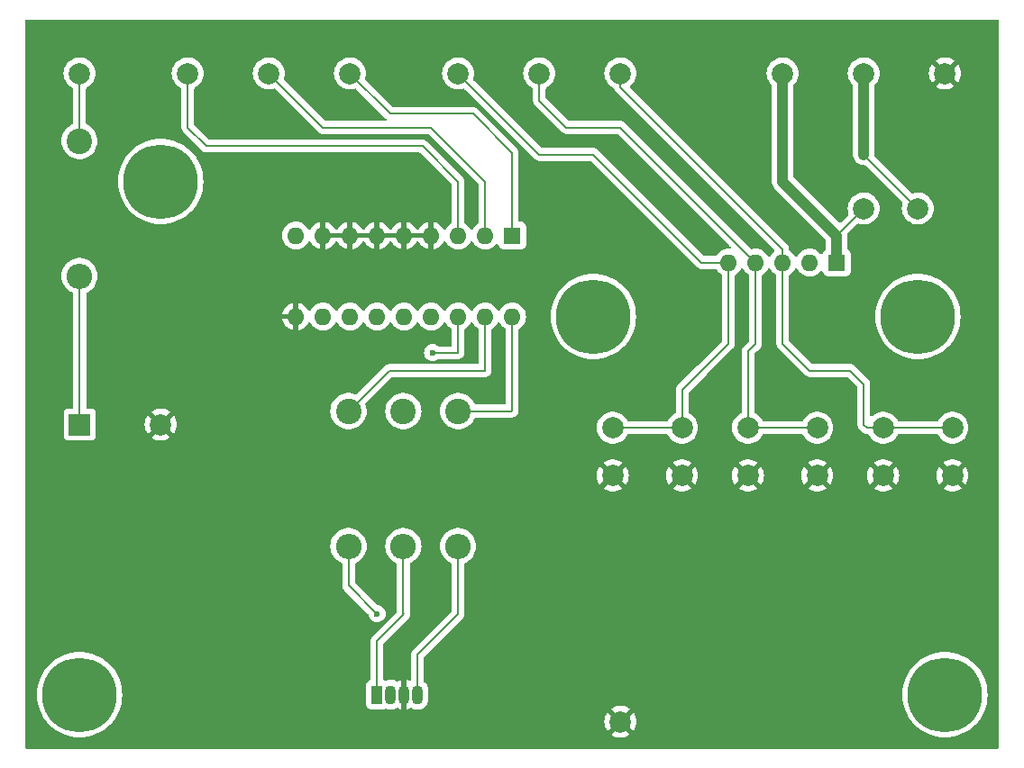
<source format=gtl>
%TF.GenerationSoftware,KiCad,Pcbnew,8.0.4*%
%TF.CreationDate,2025-09-03T21:54:05+09:00*%
%TF.ProjectId,3LED-3SW-BZ,334c4544-2d33-4535-972d-425a2e6b6963,rev?*%
%TF.SameCoordinates,Original*%
%TF.FileFunction,Copper,L1,Top*%
%TF.FilePolarity,Positive*%
%FSLAX46Y46*%
G04 Gerber Fmt 4.6, Leading zero omitted, Abs format (unit mm)*
G04 Created by KiCad (PCBNEW 8.0.4) date 2025-09-03 21:54:05*
%MOMM*%
%LPD*%
G01*
G04 APERTURE LIST*
%TA.AperFunction,ComponentPad*%
%ADD10R,1.600000X1.600000*%
%TD*%
%TA.AperFunction,ComponentPad*%
%ADD11O,1.600000X1.600000*%
%TD*%
%TA.AperFunction,ComponentPad*%
%ADD12C,2.000000*%
%TD*%
%TA.AperFunction,ComponentPad*%
%ADD13C,7.000000*%
%TD*%
%TA.AperFunction,ComponentPad*%
%ADD14C,2.400000*%
%TD*%
%TA.AperFunction,ComponentPad*%
%ADD15O,2.400000X2.400000*%
%TD*%
%TA.AperFunction,ComponentPad*%
%ADD16R,2.000000X2.000000*%
%TD*%
%TA.AperFunction,ComponentPad*%
%ADD17R,1.070000X1.800000*%
%TD*%
%TA.AperFunction,ComponentPad*%
%ADD18O,1.070000X1.800000*%
%TD*%
%TA.AperFunction,ViaPad*%
%ADD19C,0.600000*%
%TD*%
%TA.AperFunction,Conductor*%
%ADD20C,0.200000*%
%TD*%
%TA.AperFunction,Conductor*%
%ADD21C,1.000000*%
%TD*%
G04 APERTURE END LIST*
D10*
%TO.P,U1,1,I1*%
%TO.N,Net-(U1-I1)*%
X142240000Y-81280000D03*
D11*
%TO.P,U1,2,I2*%
%TO.N,Net-(U1-I2)*%
X139700000Y-81280000D03*
%TO.P,U1,3,I3*%
%TO.N,Net-(U1-I3)*%
X137160000Y-81280000D03*
%TO.P,U1,4,I4*%
%TO.N,GND*%
X134620000Y-81280000D03*
%TO.P,U1,5,I5*%
X132080000Y-81280000D03*
%TO.P,U1,6,I6*%
X129540000Y-81280000D03*
%TO.P,U1,7,I7*%
X127000000Y-81280000D03*
%TO.P,U1,8,I8*%
X124460000Y-81280000D03*
%TO.P,U1,9,VCC*%
%TO.N,+5V*%
X121920000Y-81280000D03*
%TO.P,U1,10,GND*%
%TO.N,GND*%
X121920000Y-88900000D03*
%TO.P,U1,11,O8*%
%TO.N,unconnected-(U1-O8-Pad11)*%
X124460000Y-88900000D03*
%TO.P,U1,12,O7*%
%TO.N,unconnected-(U1-O7-Pad12)*%
X127000000Y-88900000D03*
%TO.P,U1,13,O6*%
%TO.N,unconnected-(U1-O6-Pad13)*%
X129540000Y-88900000D03*
%TO.P,U1,14,O5*%
%TO.N,unconnected-(U1-O5-Pad14)*%
X132080000Y-88900000D03*
%TO.P,U1,15,O4*%
%TO.N,unconnected-(U1-O4-Pad15)*%
X134620000Y-88900000D03*
%TO.P,U1,16,O3*%
%TO.N,Net-(U1-O3)*%
X137160000Y-88900000D03*
%TO.P,U1,17,O2*%
%TO.N,Net-(U1-O2)*%
X139700000Y-88900000D03*
%TO.P,U1,18,O1*%
%TO.N,Net-(U1-O1)*%
X142240000Y-88900000D03*
%TD*%
D12*
%TO.P,LED_G,1,1*%
%TO.N,Net-(U1-I3)*%
X111760000Y-66040000D03*
%TD*%
%TO.P,SW1,1,1*%
%TO.N,Net-(RN1-R4)*%
X137160000Y-66040000D03*
%TD*%
%TO.P,SW1,1,1*%
%TO.N,GND*%
X158190000Y-103850000D03*
X151690000Y-103850000D03*
%TO.P,SW1,2,2*%
%TO.N,Net-(RN1-R4)*%
X158190000Y-99350000D03*
X151690000Y-99350000D03*
%TD*%
D13*
%TO.P,REF\u002A\u002A,1*%
%TO.N,N/C*%
X101600000Y-124460000D03*
%TD*%
D12*
%TO.P,SW3,1,1*%
%TO.N,GND*%
X183590000Y-103850000D03*
X177090000Y-103850000D03*
%TO.P,SW3,2,2*%
%TO.N,Net-(RN1-R2)*%
X183590000Y-99350000D03*
X177090000Y-99350000D03*
%TD*%
D10*
%TO.P,RN1,1,common*%
%TO.N,+3.3V*%
X172720000Y-83820000D03*
D11*
%TO.P,RN1,2,R1*%
%TO.N,unconnected-(RN1-R1-Pad2)*%
X170180000Y-83820000D03*
%TO.P,RN1,3,R2*%
%TO.N,Net-(RN1-R2)*%
X167640000Y-83820000D03*
%TO.P,RN1,4,R3*%
%TO.N,Net-(RN1-R3)*%
X165100000Y-83820000D03*
%TO.P,RN1,5,R4*%
%TO.N,Net-(RN1-R4)*%
X162560000Y-83820000D03*
%TD*%
D12*
%TO.P,SW2,1,1*%
%TO.N,GND*%
X170890000Y-103850000D03*
X164390000Y-103850000D03*
%TO.P,SW2,2,2*%
%TO.N,Net-(RN1-R3)*%
X170890000Y-99350000D03*
X164390000Y-99350000D03*
%TD*%
%TO.P,GND,1,1*%
%TO.N,GND*%
X152400000Y-127000000D03*
%TD*%
%TO.P,5V,1,1*%
%TO.N,+5V*%
X180340000Y-78740000D03*
%TD*%
%TO.P,SW3,1,1*%
%TO.N,Net-(RN1-R2)*%
X152400000Y-66040000D03*
%TD*%
D13*
%TO.P,REF\u002A\u002A,1*%
%TO.N,N/C*%
X182880000Y-124460000D03*
%TD*%
D14*
%TO.P,R1,1*%
%TO.N,Net-(U1-O1)*%
X137160000Y-97790000D03*
D15*
%TO.P,R1,2*%
%TO.N,Net-(D1-RA)*%
X137160000Y-110490000D03*
%TD*%
D12*
%TO.P,3.3V,1,1*%
%TO.N,+3.3V*%
X167640000Y-66040000D03*
%TD*%
D14*
%TO.P,R2,1*%
%TO.N,Net-(U1-O3)*%
X132010000Y-97790000D03*
D15*
%TO.P,R2,2*%
%TO.N,Net-(D1-GA)*%
X132010000Y-110490000D03*
%TD*%
D12*
%TO.P,LED_R,1,1*%
%TO.N,Net-(U1-I1)*%
X127000000Y-66040000D03*
%TD*%
%TO.P,TP4,1,1*%
%TO.N,Net-(R4-Pad1)*%
X101600000Y-66040000D03*
%TD*%
%TO.P,LED_B,1,1*%
%TO.N,Net-(U1-I2)*%
X119380000Y-66040000D03*
%TD*%
D14*
%TO.P,R3,1*%
%TO.N,Net-(U1-O2)*%
X126860000Y-97790000D03*
D15*
%TO.P,R3,2*%
%TO.N,Net-(D1-BA)*%
X126860000Y-110490000D03*
%TD*%
D12*
%TO.P,3.3V,1,1*%
%TO.N,+3.3V*%
X175260000Y-78740000D03*
%TD*%
D13*
%TO.P,REF\u002A\u002A,1*%
%TO.N,N/C*%
X109220000Y-76200000D03*
%TD*%
D12*
%TO.P,5V,1,1*%
%TO.N,+5V*%
X175260000Y-66040000D03*
%TD*%
D13*
%TO.P,REF\u002A\u002A,1*%
%TO.N,N/C*%
X180340000Y-88900000D03*
%TD*%
D12*
%TO.P,SW2,1,1*%
%TO.N,Net-(RN1-R3)*%
X144780000Y-66040000D03*
%TD*%
D16*
%TO.P,BZ1,1,+*%
%TO.N,Net-(BZ1-+)*%
X101620000Y-99060000D03*
D12*
%TO.P,BZ1,2,-*%
%TO.N,GND*%
X109220000Y-99060000D03*
%TD*%
D13*
%TO.P,REF\u002A\u002A,1*%
%TO.N,N/C*%
X149860000Y-88900000D03*
%TD*%
D14*
%TO.P,R4,1*%
%TO.N,Net-(R4-Pad1)*%
X101600000Y-72390000D03*
D15*
%TO.P,R4,2*%
%TO.N,Net-(BZ1-+)*%
X101600000Y-85090000D03*
%TD*%
D12*
%TO.P,GND,1,1*%
%TO.N,GND*%
X182880000Y-66040000D03*
%TD*%
D17*
%TO.P,D1,1,GA*%
%TO.N,Net-(D1-GA)*%
X129540000Y-124460000D03*
D18*
%TO.P,D1,2,BA*%
%TO.N,Net-(D1-BA)*%
X130810000Y-124460000D03*
%TO.P,D1,3,K*%
%TO.N,GND*%
X132080000Y-124460000D03*
%TO.P,D1,4,RA*%
%TO.N,Net-(D1-RA)*%
X133350000Y-124460000D03*
%TD*%
D19*
%TO.N,Net-(D1-BA)*%
X129540000Y-116840000D03*
%TO.N,Net-(U1-O3)*%
X134762111Y-92305973D03*
%TO.N,+5V*%
X175260000Y-73660000D03*
%TD*%
D20*
%TO.N,Net-(BZ1-+)*%
X101620000Y-85110000D02*
X101600000Y-85090000D01*
X101620000Y-99060000D02*
X101620000Y-85110000D01*
%TO.N,GND*%
X132080000Y-124460000D02*
X132080000Y-124825000D01*
%TO.N,Net-(D1-GA)*%
X132080000Y-116840000D02*
X129540000Y-119380000D01*
X129540000Y-119380000D02*
X129540000Y-124460000D01*
X132010000Y-116770000D02*
X132080000Y-116840000D01*
X132010000Y-110490000D02*
X132010000Y-116770000D01*
%TO.N,Net-(D1-RA)*%
X137160000Y-110490000D02*
X137160000Y-116840000D01*
X137160000Y-116840000D02*
X133350000Y-120650000D01*
X133350000Y-120650000D02*
X133350000Y-124460000D01*
%TO.N,Net-(D1-BA)*%
X126860000Y-114160000D02*
X129540000Y-116840000D01*
X126860000Y-110490000D02*
X126860000Y-114160000D01*
%TO.N,Net-(U1-O1)*%
X142157129Y-97790000D02*
X137160000Y-97790000D01*
X142240000Y-97707129D02*
X142157129Y-97790000D01*
X142240000Y-88900000D02*
X142240000Y-97707129D01*
%TO.N,Net-(U1-O3)*%
X134762111Y-92305973D02*
X137160000Y-92305973D01*
X137160000Y-92305973D02*
X137160000Y-88900000D01*
%TO.N,Net-(U1-O2)*%
X139700000Y-88900000D02*
X139700000Y-93980000D01*
X139700000Y-93980000D02*
X130670000Y-93980000D01*
X130670000Y-93980000D02*
X126860000Y-97790000D01*
%TO.N,Net-(RN1-R4)*%
X137160000Y-66040000D02*
X144780000Y-73660000D01*
X158190000Y-95810000D02*
X160020000Y-93980000D01*
X158190000Y-99350000D02*
X158190000Y-95810000D01*
X162560000Y-86360000D02*
X162560000Y-91440000D01*
X149860000Y-73660000D02*
X160020000Y-83820000D01*
X162560000Y-83820000D02*
X162560000Y-86360000D01*
X160020000Y-93980000D02*
X162560000Y-91440000D01*
X160020000Y-83820000D02*
X162560000Y-83820000D01*
X144780000Y-73660000D02*
X149860000Y-73660000D01*
X151690000Y-99350000D02*
X158190000Y-99350000D01*
D21*
%TO.N,+3.3V*%
X172720000Y-81280000D02*
X172720000Y-83820000D01*
X167640000Y-76200000D02*
X172720000Y-81280000D01*
X167640000Y-66040000D02*
X167640000Y-76200000D01*
D20*
X175260000Y-78740000D02*
X172720000Y-81280000D01*
%TO.N,Net-(RN1-R2)*%
X175260000Y-95250000D02*
X175260000Y-99060000D01*
X175550000Y-99350000D02*
X177090000Y-99350000D01*
X170180000Y-93980000D02*
X173990000Y-93980000D01*
X152400000Y-66040000D02*
X152400000Y-67310000D01*
X173990000Y-93980000D02*
X175260000Y-95250000D01*
X167640000Y-91440000D02*
X170180000Y-93980000D01*
X175260000Y-99060000D02*
X175550000Y-99350000D01*
X152400000Y-67310000D02*
X167640000Y-82550000D01*
X177090000Y-99350000D02*
X183590000Y-99350000D01*
X167640000Y-82550000D02*
X167640000Y-83820000D01*
X167640000Y-83820000D02*
X167640000Y-91440000D01*
%TO.N,Net-(RN1-R3)*%
X144780000Y-68580000D02*
X147320000Y-71120000D01*
X144780000Y-66040000D02*
X144780000Y-68580000D01*
X164390000Y-99350000D02*
X170890000Y-99350000D01*
X165100000Y-91440000D02*
X164390000Y-92150000D01*
X164390000Y-92150000D02*
X164390000Y-99350000D01*
X152400000Y-71120000D02*
X165100000Y-83820000D01*
X165100000Y-83820000D02*
X165100000Y-91440000D01*
X147320000Y-71120000D02*
X152400000Y-71120000D01*
%TO.N,Net-(U1-I1)*%
X127000000Y-66040000D02*
X130767819Y-69807819D01*
X130767819Y-69807819D02*
X138547160Y-69807819D01*
X142240000Y-73500659D02*
X142240000Y-81280000D01*
X138547160Y-69807819D02*
X142240000Y-73500659D01*
%TO.N,Net-(U1-I2)*%
X139700000Y-81280000D02*
X139700000Y-76200000D01*
X134620000Y-71120000D02*
X124460000Y-71120000D01*
X124460000Y-71120000D02*
X119380000Y-66040000D01*
X139700000Y-76200000D02*
X134620000Y-71120000D01*
%TO.N,Net-(U1-I3)*%
X111760000Y-66040000D02*
X111760000Y-71120000D01*
X133835575Y-72875575D02*
X137160000Y-76200000D01*
X137160000Y-76200000D02*
X137160000Y-81280000D01*
X113515575Y-72875575D02*
X133835575Y-72875575D01*
X111760000Y-71120000D02*
X113515575Y-72875575D01*
D21*
%TO.N,+5V*%
X175260000Y-66040000D02*
X175260000Y-73660000D01*
D20*
X180340000Y-78740000D02*
X175260000Y-73660000D01*
%TO.N,Net-(R4-Pad1)*%
X101600000Y-66040000D02*
X101600000Y-72390000D01*
%TD*%
%TA.AperFunction,Conductor*%
%TO.N,GND*%
G36*
X126679920Y-81034394D02*
G01*
X126627259Y-81125606D01*
X126600000Y-81227339D01*
X126600000Y-81332661D01*
X126627259Y-81434394D01*
X126679920Y-81525606D01*
X126684314Y-81530000D01*
X124775686Y-81530000D01*
X124780080Y-81525606D01*
X124832741Y-81434394D01*
X124860000Y-81332661D01*
X124860000Y-81227339D01*
X124832741Y-81125606D01*
X124780080Y-81034394D01*
X124775686Y-81030000D01*
X126684314Y-81030000D01*
X126679920Y-81034394D01*
G37*
%TD.AperFunction*%
%TA.AperFunction,Conductor*%
G36*
X129219920Y-81034394D02*
G01*
X129167259Y-81125606D01*
X129140000Y-81227339D01*
X129140000Y-81332661D01*
X129167259Y-81434394D01*
X129219920Y-81525606D01*
X129224314Y-81530000D01*
X127315686Y-81530000D01*
X127320080Y-81525606D01*
X127372741Y-81434394D01*
X127400000Y-81332661D01*
X127400000Y-81227339D01*
X127372741Y-81125606D01*
X127320080Y-81034394D01*
X127315686Y-81030000D01*
X129224314Y-81030000D01*
X129219920Y-81034394D01*
G37*
%TD.AperFunction*%
%TA.AperFunction,Conductor*%
G36*
X131759920Y-81034394D02*
G01*
X131707259Y-81125606D01*
X131680000Y-81227339D01*
X131680000Y-81332661D01*
X131707259Y-81434394D01*
X131759920Y-81525606D01*
X131764314Y-81530000D01*
X129855686Y-81530000D01*
X129860080Y-81525606D01*
X129912741Y-81434394D01*
X129940000Y-81332661D01*
X129940000Y-81227339D01*
X129912741Y-81125606D01*
X129860080Y-81034394D01*
X129855686Y-81030000D01*
X131764314Y-81030000D01*
X131759920Y-81034394D01*
G37*
%TD.AperFunction*%
%TA.AperFunction,Conductor*%
G36*
X134299920Y-81034394D02*
G01*
X134247259Y-81125606D01*
X134220000Y-81227339D01*
X134220000Y-81332661D01*
X134247259Y-81434394D01*
X134299920Y-81525606D01*
X134304314Y-81530000D01*
X132395686Y-81530000D01*
X132400080Y-81525606D01*
X132452741Y-81434394D01*
X132480000Y-81332661D01*
X132480000Y-81227339D01*
X132452741Y-81125606D01*
X132400080Y-81034394D01*
X132395686Y-81030000D01*
X134304314Y-81030000D01*
X134299920Y-81034394D01*
G37*
%TD.AperFunction*%
%TA.AperFunction,Conductor*%
G36*
X187903039Y-60979685D02*
G01*
X187948794Y-61032489D01*
X187960000Y-61084000D01*
X187960000Y-129416000D01*
X187940315Y-129483039D01*
X187887511Y-129528794D01*
X187836000Y-129540000D01*
X96644000Y-129540000D01*
X96576961Y-129520315D01*
X96531206Y-129467511D01*
X96520000Y-129416000D01*
X96520000Y-124460000D01*
X97594675Y-124460000D01*
X97613962Y-124852591D01*
X97613962Y-124852597D01*
X97613963Y-124852599D01*
X97671637Y-125241406D01*
X97767143Y-125622684D01*
X97899561Y-125992770D01*
X97899562Y-125992772D01*
X98067620Y-126348100D01*
X98218544Y-126599901D01*
X98269694Y-126685239D01*
X98503140Y-127000005D01*
X98503846Y-127000956D01*
X98767807Y-127292192D01*
X98959492Y-127465925D01*
X99059049Y-127556158D01*
X99374761Y-127790306D01*
X99374763Y-127790307D01*
X99711899Y-127992379D01*
X99711902Y-127992380D01*
X99711903Y-127992381D01*
X100067228Y-128160438D01*
X100437316Y-128292857D01*
X100818600Y-128388364D01*
X101207409Y-128446038D01*
X101600000Y-128465325D01*
X101992591Y-128446038D01*
X102381400Y-128388364D01*
X102762684Y-128292857D01*
X103132772Y-128160438D01*
X103488097Y-127992381D01*
X103825239Y-127790306D01*
X104140951Y-127556158D01*
X104432192Y-127292192D01*
X104696158Y-127000951D01*
X104696868Y-126999994D01*
X150894859Y-126999994D01*
X150894859Y-127000005D01*
X150915385Y-127247729D01*
X150915387Y-127247738D01*
X150976412Y-127488717D01*
X151076266Y-127716364D01*
X151176564Y-127869882D01*
X151917037Y-127129409D01*
X151934075Y-127192993D01*
X151999901Y-127307007D01*
X152092993Y-127400099D01*
X152207007Y-127465925D01*
X152270590Y-127482962D01*
X151529942Y-128223609D01*
X151576768Y-128260055D01*
X151576770Y-128260056D01*
X151795385Y-128378364D01*
X151795396Y-128378369D01*
X152030506Y-128459083D01*
X152275707Y-128500000D01*
X152524293Y-128500000D01*
X152769493Y-128459083D01*
X153004603Y-128378369D01*
X153004614Y-128378364D01*
X153223228Y-128260057D01*
X153223231Y-128260055D01*
X153270056Y-128223609D01*
X152529409Y-127482962D01*
X152592993Y-127465925D01*
X152707007Y-127400099D01*
X152800099Y-127307007D01*
X152865925Y-127192993D01*
X152882962Y-127129410D01*
X153623434Y-127869882D01*
X153723731Y-127716369D01*
X153823587Y-127488717D01*
X153884612Y-127247738D01*
X153884614Y-127247729D01*
X153905141Y-127000005D01*
X153905141Y-126999994D01*
X153884614Y-126752270D01*
X153884612Y-126752261D01*
X153823587Y-126511282D01*
X153723731Y-126283630D01*
X153623434Y-126130116D01*
X152882962Y-126870589D01*
X152865925Y-126807007D01*
X152800099Y-126692993D01*
X152707007Y-126599901D01*
X152592993Y-126534075D01*
X152529410Y-126517037D01*
X153270057Y-125776390D01*
X153270056Y-125776389D01*
X153223229Y-125739943D01*
X153004614Y-125621635D01*
X153004603Y-125621630D01*
X152769493Y-125540916D01*
X152524293Y-125500000D01*
X152275707Y-125500000D01*
X152030506Y-125540916D01*
X151795396Y-125621630D01*
X151795390Y-125621632D01*
X151576761Y-125739949D01*
X151529942Y-125776388D01*
X151529942Y-125776390D01*
X152270590Y-126517037D01*
X152207007Y-126534075D01*
X152092993Y-126599901D01*
X151999901Y-126692993D01*
X151934075Y-126807007D01*
X151917037Y-126870589D01*
X151176564Y-126130116D01*
X151076267Y-126283632D01*
X150976412Y-126511282D01*
X150915387Y-126752261D01*
X150915385Y-126752270D01*
X150894859Y-126999994D01*
X104696868Y-126999994D01*
X104930306Y-126685239D01*
X105132381Y-126348097D01*
X105300438Y-125992772D01*
X105432857Y-125622684D01*
X105528364Y-125241400D01*
X105586038Y-124852591D01*
X105605325Y-124460000D01*
X105586038Y-124067409D01*
X105528364Y-123678600D01*
X105486667Y-123512135D01*
X128504500Y-123512135D01*
X128504500Y-125407870D01*
X128504501Y-125407876D01*
X128510908Y-125467483D01*
X128561202Y-125602328D01*
X128561206Y-125602335D01*
X128647452Y-125717544D01*
X128647455Y-125717547D01*
X128762664Y-125803793D01*
X128762671Y-125803797D01*
X128897517Y-125854091D01*
X128897516Y-125854091D01*
X128904444Y-125854835D01*
X128957127Y-125860500D01*
X130122872Y-125860499D01*
X130182483Y-125854091D01*
X130317331Y-125803796D01*
X130317335Y-125803792D01*
X130325118Y-125799544D01*
X130326269Y-125801653D01*
X130379614Y-125781749D01*
X130435928Y-125790870D01*
X130507956Y-125820706D01*
X130507960Y-125820706D01*
X130507961Y-125820707D01*
X130708009Y-125860500D01*
X130708012Y-125860500D01*
X130911990Y-125860500D01*
X131062560Y-125830549D01*
X131112044Y-125820706D01*
X131300493Y-125742648D01*
X131376558Y-125691822D01*
X131443234Y-125670944D01*
X131510614Y-125689428D01*
X131514339Y-125691822D01*
X131589742Y-125742204D01*
X131778101Y-125820225D01*
X131778109Y-125820227D01*
X131829999Y-125830549D01*
X131830000Y-125830549D01*
X131830000Y-125017122D01*
X131832383Y-124992929D01*
X131845500Y-124926989D01*
X131845500Y-124844226D01*
X131906306Y-124879333D01*
X132020756Y-124910000D01*
X132139244Y-124910000D01*
X132253694Y-124879333D01*
X132314500Y-124844226D01*
X132314500Y-124926989D01*
X132327617Y-124992929D01*
X132330000Y-125017122D01*
X132330000Y-125830549D01*
X132381890Y-125820227D01*
X132381898Y-125820225D01*
X132570252Y-125742206D01*
X132570256Y-125742204D01*
X132645658Y-125691822D01*
X132712336Y-125670944D01*
X132779716Y-125689428D01*
X132783401Y-125691796D01*
X132859507Y-125742648D01*
X132859509Y-125742649D01*
X132859513Y-125742651D01*
X133047951Y-125820704D01*
X133047956Y-125820706D01*
X133047960Y-125820706D01*
X133047961Y-125820707D01*
X133248009Y-125860500D01*
X133248012Y-125860500D01*
X133451990Y-125860500D01*
X133602560Y-125830549D01*
X133652044Y-125820706D01*
X133840493Y-125742648D01*
X133841158Y-125742204D01*
X133916558Y-125691823D01*
X134010093Y-125629325D01*
X134154325Y-125485093D01*
X134267648Y-125315493D01*
X134345706Y-125127044D01*
X134367571Y-125017122D01*
X134385500Y-124926990D01*
X134385500Y-124460000D01*
X178874675Y-124460000D01*
X178893962Y-124852591D01*
X178893962Y-124852597D01*
X178893963Y-124852599D01*
X178951637Y-125241406D01*
X179047143Y-125622684D01*
X179179561Y-125992770D01*
X179179562Y-125992772D01*
X179347620Y-126348100D01*
X179498544Y-126599901D01*
X179549694Y-126685239D01*
X179783140Y-127000005D01*
X179783846Y-127000956D01*
X180047807Y-127292192D01*
X180239492Y-127465925D01*
X180339049Y-127556158D01*
X180654761Y-127790306D01*
X180654763Y-127790307D01*
X180991899Y-127992379D01*
X180991902Y-127992380D01*
X180991903Y-127992381D01*
X181347228Y-128160438D01*
X181717316Y-128292857D01*
X182098600Y-128388364D01*
X182487409Y-128446038D01*
X182880000Y-128465325D01*
X183272591Y-128446038D01*
X183661400Y-128388364D01*
X184042684Y-128292857D01*
X184412772Y-128160438D01*
X184768097Y-127992381D01*
X185105239Y-127790306D01*
X185420951Y-127556158D01*
X185712192Y-127292192D01*
X185976158Y-127000951D01*
X186210306Y-126685239D01*
X186412381Y-126348097D01*
X186580438Y-125992772D01*
X186712857Y-125622684D01*
X186808364Y-125241400D01*
X186866038Y-124852591D01*
X186885325Y-124460000D01*
X186866038Y-124067409D01*
X186808364Y-123678600D01*
X186712857Y-123297316D01*
X186580438Y-122927228D01*
X186412381Y-122571903D01*
X186210306Y-122234761D01*
X185976158Y-121919049D01*
X185976153Y-121919043D01*
X185712192Y-121627807D01*
X185420956Y-121363846D01*
X185105236Y-121129692D01*
X184768100Y-120927620D01*
X184412772Y-120759562D01*
X184412770Y-120759561D01*
X184042684Y-120627143D01*
X183661406Y-120531637D01*
X183661401Y-120531636D01*
X183661400Y-120531636D01*
X183517256Y-120510254D01*
X183272599Y-120473963D01*
X183272597Y-120473962D01*
X183272591Y-120473962D01*
X182880000Y-120454675D01*
X182487409Y-120473962D01*
X182487403Y-120473962D01*
X182487400Y-120473963D01*
X182098593Y-120531637D01*
X181717315Y-120627143D01*
X181347229Y-120759561D01*
X181347227Y-120759562D01*
X180991899Y-120927620D01*
X180654763Y-121129692D01*
X180339043Y-121363846D01*
X180047807Y-121627807D01*
X179783846Y-121919043D01*
X179549692Y-122234763D01*
X179347620Y-122571899D01*
X179179562Y-122927227D01*
X179179561Y-122927229D01*
X179047143Y-123297315D01*
X178951637Y-123678593D01*
X178897929Y-124040667D01*
X178893962Y-124067409D01*
X178874675Y-124460000D01*
X134385500Y-124460000D01*
X134385500Y-123993009D01*
X134345707Y-123792961D01*
X134345706Y-123792960D01*
X134345706Y-123792956D01*
X134345704Y-123792951D01*
X134267651Y-123604513D01*
X134267644Y-123604500D01*
X134154325Y-123434907D01*
X134154322Y-123434903D01*
X134010096Y-123290677D01*
X134010088Y-123290671D01*
X134005605Y-123287675D01*
X133960802Y-123234061D01*
X133950500Y-123184576D01*
X133950500Y-120950097D01*
X133970185Y-120883058D01*
X133986819Y-120862416D01*
X135751141Y-119098094D01*
X137640520Y-117208716D01*
X137719577Y-117071784D01*
X137760501Y-116919057D01*
X137760501Y-116760942D01*
X137760501Y-116753347D01*
X137760500Y-116753329D01*
X137760500Y-112166141D01*
X137780185Y-112099102D01*
X137830698Y-112054421D01*
X137895208Y-112023354D01*
X138012634Y-111966805D01*
X138223217Y-111823232D01*
X138410050Y-111649877D01*
X138568959Y-111450612D01*
X138696393Y-111229888D01*
X138789508Y-110992637D01*
X138846222Y-110744157D01*
X138865268Y-110490000D01*
X138846222Y-110235843D01*
X138789508Y-109987363D01*
X138696393Y-109750112D01*
X138568959Y-109529388D01*
X138410050Y-109330123D01*
X138223217Y-109156768D01*
X138012634Y-109013195D01*
X138012630Y-109013193D01*
X138012627Y-109013191D01*
X138012626Y-109013190D01*
X137783006Y-108902612D01*
X137783008Y-108902612D01*
X137539466Y-108827489D01*
X137539462Y-108827488D01*
X137539458Y-108827487D01*
X137418231Y-108809214D01*
X137287440Y-108789500D01*
X137287435Y-108789500D01*
X137032565Y-108789500D01*
X137032559Y-108789500D01*
X136875609Y-108813157D01*
X136780542Y-108827487D01*
X136780539Y-108827488D01*
X136780533Y-108827489D01*
X136536992Y-108902612D01*
X136307373Y-109013190D01*
X136307372Y-109013191D01*
X136096782Y-109156768D01*
X135909952Y-109330121D01*
X135909950Y-109330123D01*
X135751041Y-109529388D01*
X135623608Y-109750109D01*
X135530492Y-109987362D01*
X135530490Y-109987369D01*
X135473777Y-110235845D01*
X135454732Y-110489995D01*
X135454732Y-110490004D01*
X135473777Y-110744154D01*
X135473778Y-110744157D01*
X135530492Y-110992637D01*
X135623607Y-111229888D01*
X135751041Y-111450612D01*
X135909950Y-111649877D01*
X136096783Y-111823232D01*
X136307366Y-111966805D01*
X136307369Y-111966806D01*
X136307370Y-111966807D01*
X136489302Y-112054421D01*
X136541161Y-112101243D01*
X136559500Y-112166141D01*
X136559500Y-116539902D01*
X136539815Y-116606941D01*
X136523181Y-116627583D01*
X132869481Y-120281282D01*
X132869479Y-120281285D01*
X132819361Y-120368094D01*
X132819359Y-120368096D01*
X132790425Y-120418209D01*
X132790424Y-120418210D01*
X132790423Y-120418215D01*
X132749499Y-120570943D01*
X132749499Y-120570945D01*
X132749499Y-120739046D01*
X132749500Y-120739059D01*
X132749500Y-123066721D01*
X132729815Y-123133760D01*
X132677011Y-123179515D01*
X132607853Y-123189459D01*
X132576302Y-123179114D01*
X132575884Y-123180126D01*
X132381896Y-123099773D01*
X132381893Y-123099772D01*
X132330000Y-123089449D01*
X132330000Y-123902876D01*
X132327617Y-123927068D01*
X132314500Y-123993010D01*
X132314500Y-124075773D01*
X132253694Y-124040667D01*
X132139244Y-124010000D01*
X132020756Y-124010000D01*
X131906306Y-124040667D01*
X131845500Y-124075773D01*
X131845500Y-123993011D01*
X131845499Y-123993010D01*
X131832383Y-123927068D01*
X131830000Y-123902876D01*
X131830000Y-123089450D01*
X131829999Y-123089449D01*
X131778106Y-123099772D01*
X131778103Y-123099773D01*
X131589745Y-123177794D01*
X131514339Y-123228178D01*
X131447661Y-123249055D01*
X131380281Y-123230570D01*
X131376558Y-123228177D01*
X131301154Y-123177794D01*
X131300493Y-123177352D01*
X131300492Y-123177351D01*
X131300490Y-123177350D01*
X131112048Y-123099295D01*
X131112038Y-123099292D01*
X130911990Y-123059500D01*
X130911988Y-123059500D01*
X130708012Y-123059500D01*
X130708010Y-123059500D01*
X130507962Y-123099292D01*
X130507959Y-123099293D01*
X130507957Y-123099293D01*
X130507956Y-123099294D01*
X130460487Y-123118956D01*
X130435927Y-123129129D01*
X130366458Y-123136597D01*
X130325931Y-123118956D01*
X130325114Y-123120454D01*
X130317330Y-123116203D01*
X130221166Y-123080336D01*
X130165233Y-123038464D01*
X130140816Y-122973000D01*
X130140500Y-122964154D01*
X130140500Y-119680097D01*
X130160185Y-119613058D01*
X130176819Y-119592416D01*
X130869757Y-118899478D01*
X132560519Y-117208716D01*
X132597581Y-117144523D01*
X132639577Y-117071785D01*
X132680501Y-116919057D01*
X132680501Y-116760943D01*
X132639577Y-116608215D01*
X132627111Y-116586624D01*
X132610500Y-116524626D01*
X132610500Y-112166141D01*
X132630185Y-112099102D01*
X132680698Y-112054421D01*
X132745208Y-112023354D01*
X132862634Y-111966805D01*
X133073217Y-111823232D01*
X133260050Y-111649877D01*
X133418959Y-111450612D01*
X133546393Y-111229888D01*
X133639508Y-110992637D01*
X133696222Y-110744157D01*
X133715268Y-110490000D01*
X133696222Y-110235843D01*
X133639508Y-109987363D01*
X133546393Y-109750112D01*
X133418959Y-109529388D01*
X133260050Y-109330123D01*
X133073217Y-109156768D01*
X132862634Y-109013195D01*
X132862630Y-109013193D01*
X132862627Y-109013191D01*
X132862626Y-109013190D01*
X132633006Y-108902612D01*
X132633008Y-108902612D01*
X132389466Y-108827489D01*
X132389462Y-108827488D01*
X132389458Y-108827487D01*
X132268231Y-108809214D01*
X132137440Y-108789500D01*
X132137435Y-108789500D01*
X131882565Y-108789500D01*
X131882559Y-108789500D01*
X131725609Y-108813157D01*
X131630542Y-108827487D01*
X131630539Y-108827488D01*
X131630533Y-108827489D01*
X131386992Y-108902612D01*
X131157373Y-109013190D01*
X131157372Y-109013191D01*
X130946782Y-109156768D01*
X130759952Y-109330121D01*
X130759950Y-109330123D01*
X130601041Y-109529388D01*
X130473608Y-109750109D01*
X130380492Y-109987362D01*
X130380490Y-109987369D01*
X130323777Y-110235845D01*
X130304732Y-110489995D01*
X130304732Y-110490004D01*
X130323777Y-110744154D01*
X130323778Y-110744157D01*
X130380492Y-110992637D01*
X130473607Y-111229888D01*
X130601041Y-111450612D01*
X130759950Y-111649877D01*
X130946783Y-111823232D01*
X131157366Y-111966805D01*
X131157369Y-111966806D01*
X131157370Y-111966807D01*
X131339302Y-112054421D01*
X131391161Y-112101243D01*
X131409500Y-112166141D01*
X131409500Y-116609902D01*
X131389815Y-116676941D01*
X131373181Y-116697583D01*
X129059481Y-119011282D01*
X129059479Y-119011285D01*
X129009361Y-119098094D01*
X129009359Y-119098096D01*
X128980425Y-119148209D01*
X128980424Y-119148210D01*
X128980423Y-119148215D01*
X128939499Y-119300943D01*
X128939499Y-119300945D01*
X128939499Y-119469046D01*
X128939500Y-119469059D01*
X128939500Y-122964154D01*
X128919815Y-123031193D01*
X128867011Y-123076948D01*
X128858834Y-123080336D01*
X128762669Y-123116203D01*
X128762664Y-123116206D01*
X128647455Y-123202452D01*
X128647452Y-123202455D01*
X128561206Y-123317664D01*
X128561202Y-123317671D01*
X128510908Y-123452517D01*
X128504501Y-123512116D01*
X128504500Y-123512135D01*
X105486667Y-123512135D01*
X105432857Y-123297316D01*
X105300438Y-122927228D01*
X105132381Y-122571903D01*
X104930306Y-122234761D01*
X104696158Y-121919049D01*
X104696153Y-121919043D01*
X104432192Y-121627807D01*
X104140956Y-121363846D01*
X103825236Y-121129692D01*
X103488100Y-120927620D01*
X103132772Y-120759562D01*
X103132770Y-120759561D01*
X102762684Y-120627143D01*
X102381406Y-120531637D01*
X102381401Y-120531636D01*
X102381400Y-120531636D01*
X102237256Y-120510254D01*
X101992599Y-120473963D01*
X101992597Y-120473962D01*
X101992591Y-120473962D01*
X101600000Y-120454675D01*
X101207409Y-120473962D01*
X101207403Y-120473962D01*
X101207400Y-120473963D01*
X100818593Y-120531637D01*
X100437315Y-120627143D01*
X100067229Y-120759561D01*
X100067227Y-120759562D01*
X99711899Y-120927620D01*
X99374763Y-121129692D01*
X99059043Y-121363846D01*
X98767807Y-121627807D01*
X98503846Y-121919043D01*
X98269692Y-122234763D01*
X98067620Y-122571899D01*
X97899562Y-122927227D01*
X97899561Y-122927229D01*
X97767143Y-123297315D01*
X97671637Y-123678593D01*
X97617929Y-124040667D01*
X97613962Y-124067409D01*
X97594675Y-124460000D01*
X96520000Y-124460000D01*
X96520000Y-110489995D01*
X125154732Y-110489995D01*
X125154732Y-110490004D01*
X125173777Y-110744154D01*
X125173778Y-110744157D01*
X125230492Y-110992637D01*
X125323607Y-111229888D01*
X125451041Y-111450612D01*
X125609950Y-111649877D01*
X125796783Y-111823232D01*
X126007366Y-111966805D01*
X126007369Y-111966806D01*
X126007370Y-111966807D01*
X126189302Y-112054421D01*
X126241161Y-112101243D01*
X126259500Y-112166141D01*
X126259500Y-114073330D01*
X126259499Y-114073348D01*
X126259499Y-114239054D01*
X126259498Y-114239054D01*
X126300423Y-114391785D01*
X126329358Y-114441900D01*
X126329359Y-114441904D01*
X126329360Y-114441904D01*
X126379479Y-114528714D01*
X126379481Y-114528717D01*
X126498349Y-114647585D01*
X126498355Y-114647590D01*
X128709298Y-116858533D01*
X128742783Y-116919856D01*
X128744837Y-116932330D01*
X128754630Y-117019249D01*
X128814210Y-117189521D01*
X128910184Y-117342262D01*
X129037738Y-117469816D01*
X129190478Y-117565789D01*
X129360745Y-117625368D01*
X129360750Y-117625369D01*
X129539996Y-117645565D01*
X129540000Y-117645565D01*
X129540004Y-117645565D01*
X129719249Y-117625369D01*
X129719252Y-117625368D01*
X129719255Y-117625368D01*
X129889522Y-117565789D01*
X130042262Y-117469816D01*
X130169816Y-117342262D01*
X130265789Y-117189522D01*
X130325368Y-117019255D01*
X130335162Y-116932330D01*
X130345565Y-116840003D01*
X130345565Y-116839996D01*
X130325369Y-116660750D01*
X130325368Y-116660745D01*
X130306541Y-116606941D01*
X130265789Y-116490478D01*
X130169816Y-116337738D01*
X130042262Y-116210184D01*
X129889521Y-116114210D01*
X129719249Y-116054630D01*
X129632330Y-116044837D01*
X129567916Y-116017770D01*
X129558533Y-116009298D01*
X127496819Y-113947584D01*
X127463334Y-113886261D01*
X127460500Y-113859903D01*
X127460500Y-112166141D01*
X127480185Y-112099102D01*
X127530698Y-112054421D01*
X127595208Y-112023354D01*
X127712634Y-111966805D01*
X127923217Y-111823232D01*
X128110050Y-111649877D01*
X128268959Y-111450612D01*
X128396393Y-111229888D01*
X128489508Y-110992637D01*
X128546222Y-110744157D01*
X128565268Y-110490000D01*
X128546222Y-110235843D01*
X128489508Y-109987363D01*
X128396393Y-109750112D01*
X128268959Y-109529388D01*
X128110050Y-109330123D01*
X127923217Y-109156768D01*
X127712634Y-109013195D01*
X127712630Y-109013193D01*
X127712627Y-109013191D01*
X127712626Y-109013190D01*
X127483006Y-108902612D01*
X127483008Y-108902612D01*
X127239466Y-108827489D01*
X127239462Y-108827488D01*
X127239458Y-108827487D01*
X127118231Y-108809214D01*
X126987440Y-108789500D01*
X126987435Y-108789500D01*
X126732565Y-108789500D01*
X126732559Y-108789500D01*
X126575609Y-108813157D01*
X126480542Y-108827487D01*
X126480539Y-108827488D01*
X126480533Y-108827489D01*
X126236992Y-108902612D01*
X126007373Y-109013190D01*
X126007372Y-109013191D01*
X125796782Y-109156768D01*
X125609952Y-109330121D01*
X125609950Y-109330123D01*
X125451041Y-109529388D01*
X125323608Y-109750109D01*
X125230492Y-109987362D01*
X125230490Y-109987369D01*
X125173777Y-110235845D01*
X125154732Y-110489995D01*
X96520000Y-110489995D01*
X96520000Y-103849994D01*
X150184859Y-103849994D01*
X150184859Y-103850005D01*
X150205385Y-104097729D01*
X150205387Y-104097738D01*
X150266412Y-104338717D01*
X150366266Y-104566364D01*
X150466564Y-104719882D01*
X151166212Y-104020234D01*
X151177482Y-104062292D01*
X151249890Y-104187708D01*
X151352292Y-104290110D01*
X151477708Y-104362518D01*
X151519765Y-104373787D01*
X150819942Y-105073609D01*
X150866768Y-105110055D01*
X150866770Y-105110056D01*
X151085385Y-105228364D01*
X151085396Y-105228369D01*
X151320506Y-105309083D01*
X151565707Y-105350000D01*
X151814293Y-105350000D01*
X152059493Y-105309083D01*
X152294603Y-105228369D01*
X152294614Y-105228364D01*
X152513228Y-105110057D01*
X152513231Y-105110055D01*
X152560056Y-105073609D01*
X151860234Y-104373787D01*
X151902292Y-104362518D01*
X152027708Y-104290110D01*
X152130110Y-104187708D01*
X152202518Y-104062292D01*
X152213787Y-104020235D01*
X152913434Y-104719882D01*
X153013731Y-104566369D01*
X153113587Y-104338717D01*
X153174612Y-104097738D01*
X153174614Y-104097729D01*
X153195141Y-103850005D01*
X153195141Y-103849994D01*
X156684859Y-103849994D01*
X156684859Y-103850005D01*
X156705385Y-104097729D01*
X156705387Y-104097738D01*
X156766412Y-104338717D01*
X156866266Y-104566364D01*
X156966564Y-104719882D01*
X157666212Y-104020234D01*
X157677482Y-104062292D01*
X157749890Y-104187708D01*
X157852292Y-104290110D01*
X157977708Y-104362518D01*
X158019765Y-104373787D01*
X157319942Y-105073609D01*
X157366768Y-105110055D01*
X157366770Y-105110056D01*
X157585385Y-105228364D01*
X157585396Y-105228369D01*
X157820506Y-105309083D01*
X158065707Y-105350000D01*
X158314293Y-105350000D01*
X158559493Y-105309083D01*
X158794603Y-105228369D01*
X158794614Y-105228364D01*
X159013228Y-105110057D01*
X159013231Y-105110055D01*
X159060056Y-105073609D01*
X158360234Y-104373787D01*
X158402292Y-104362518D01*
X158527708Y-104290110D01*
X158630110Y-104187708D01*
X158702518Y-104062292D01*
X158713787Y-104020235D01*
X159413434Y-104719882D01*
X159513731Y-104566369D01*
X159613587Y-104338717D01*
X159674612Y-104097738D01*
X159674614Y-104097729D01*
X159695141Y-103850005D01*
X159695141Y-103849994D01*
X162884859Y-103849994D01*
X162884859Y-103850005D01*
X162905385Y-104097729D01*
X162905387Y-104097738D01*
X162966412Y-104338717D01*
X163066266Y-104566364D01*
X163166564Y-104719882D01*
X163866212Y-104020234D01*
X163877482Y-104062292D01*
X163949890Y-104187708D01*
X164052292Y-104290110D01*
X164177708Y-104362518D01*
X164219765Y-104373787D01*
X163519942Y-105073609D01*
X163566768Y-105110055D01*
X163566770Y-105110056D01*
X163785385Y-105228364D01*
X163785396Y-105228369D01*
X164020506Y-105309083D01*
X164265707Y-105350000D01*
X164514293Y-105350000D01*
X164759493Y-105309083D01*
X164994603Y-105228369D01*
X164994614Y-105228364D01*
X165213228Y-105110057D01*
X165213231Y-105110055D01*
X165260056Y-105073609D01*
X164560234Y-104373787D01*
X164602292Y-104362518D01*
X164727708Y-104290110D01*
X164830110Y-104187708D01*
X164902518Y-104062292D01*
X164913787Y-104020235D01*
X165613434Y-104719882D01*
X165713731Y-104566369D01*
X165813587Y-104338717D01*
X165874612Y-104097738D01*
X165874614Y-104097729D01*
X165895141Y-103850005D01*
X165895141Y-103849994D01*
X169384859Y-103849994D01*
X169384859Y-103850005D01*
X169405385Y-104097729D01*
X169405387Y-104097738D01*
X169466412Y-104338717D01*
X169566266Y-104566364D01*
X169666564Y-104719882D01*
X170366212Y-104020234D01*
X170377482Y-104062292D01*
X170449890Y-104187708D01*
X170552292Y-104290110D01*
X170677708Y-104362518D01*
X170719765Y-104373787D01*
X170019942Y-105073609D01*
X170066768Y-105110055D01*
X170066770Y-105110056D01*
X170285385Y-105228364D01*
X170285396Y-105228369D01*
X170520506Y-105309083D01*
X170765707Y-105350000D01*
X171014293Y-105350000D01*
X171259493Y-105309083D01*
X171494603Y-105228369D01*
X171494614Y-105228364D01*
X171713228Y-105110057D01*
X171713231Y-105110055D01*
X171760056Y-105073609D01*
X171060234Y-104373787D01*
X171102292Y-104362518D01*
X171227708Y-104290110D01*
X171330110Y-104187708D01*
X171402518Y-104062292D01*
X171413787Y-104020235D01*
X172113434Y-104719882D01*
X172213731Y-104566369D01*
X172313587Y-104338717D01*
X172374612Y-104097738D01*
X172374614Y-104097729D01*
X172395141Y-103850005D01*
X172395141Y-103849994D01*
X175584859Y-103849994D01*
X175584859Y-103850005D01*
X175605385Y-104097729D01*
X175605387Y-104097738D01*
X175666412Y-104338717D01*
X175766266Y-104566364D01*
X175866564Y-104719882D01*
X176566212Y-104020234D01*
X176577482Y-104062292D01*
X176649890Y-104187708D01*
X176752292Y-104290110D01*
X176877708Y-104362518D01*
X176919765Y-104373787D01*
X176219942Y-105073609D01*
X176266768Y-105110055D01*
X176266770Y-105110056D01*
X176485385Y-105228364D01*
X176485396Y-105228369D01*
X176720506Y-105309083D01*
X176965707Y-105350000D01*
X177214293Y-105350000D01*
X177459493Y-105309083D01*
X177694603Y-105228369D01*
X177694614Y-105228364D01*
X177913228Y-105110057D01*
X177913231Y-105110055D01*
X177960056Y-105073609D01*
X177260234Y-104373787D01*
X177302292Y-104362518D01*
X177427708Y-104290110D01*
X177530110Y-104187708D01*
X177602518Y-104062292D01*
X177613787Y-104020235D01*
X178313434Y-104719882D01*
X178413731Y-104566369D01*
X178513587Y-104338717D01*
X178574612Y-104097738D01*
X178574614Y-104097729D01*
X178595141Y-103850005D01*
X178595141Y-103849994D01*
X182084859Y-103849994D01*
X182084859Y-103850005D01*
X182105385Y-104097729D01*
X182105387Y-104097738D01*
X182166412Y-104338717D01*
X182266266Y-104566364D01*
X182366564Y-104719882D01*
X183066212Y-104020234D01*
X183077482Y-104062292D01*
X183149890Y-104187708D01*
X183252292Y-104290110D01*
X183377708Y-104362518D01*
X183419765Y-104373787D01*
X182719942Y-105073609D01*
X182766768Y-105110055D01*
X182766770Y-105110056D01*
X182985385Y-105228364D01*
X182985396Y-105228369D01*
X183220506Y-105309083D01*
X183465707Y-105350000D01*
X183714293Y-105350000D01*
X183959493Y-105309083D01*
X184194603Y-105228369D01*
X184194614Y-105228364D01*
X184413228Y-105110057D01*
X184413231Y-105110055D01*
X184460056Y-105073609D01*
X183760234Y-104373787D01*
X183802292Y-104362518D01*
X183927708Y-104290110D01*
X184030110Y-104187708D01*
X184102518Y-104062292D01*
X184113787Y-104020235D01*
X184813434Y-104719882D01*
X184913731Y-104566369D01*
X185013587Y-104338717D01*
X185074612Y-104097738D01*
X185074614Y-104097729D01*
X185095141Y-103850005D01*
X185095141Y-103849994D01*
X185074614Y-103602270D01*
X185074612Y-103602261D01*
X185013587Y-103361282D01*
X184913731Y-103133630D01*
X184813434Y-102980116D01*
X184113787Y-103679764D01*
X184102518Y-103637708D01*
X184030110Y-103512292D01*
X183927708Y-103409890D01*
X183802292Y-103337482D01*
X183760235Y-103326212D01*
X184460057Y-102626390D01*
X184460056Y-102626389D01*
X184413229Y-102589943D01*
X184194614Y-102471635D01*
X184194603Y-102471630D01*
X183959493Y-102390916D01*
X183714293Y-102350000D01*
X183465707Y-102350000D01*
X183220506Y-102390916D01*
X182985396Y-102471630D01*
X182985390Y-102471632D01*
X182766761Y-102589949D01*
X182719942Y-102626388D01*
X182719942Y-102626390D01*
X183419765Y-103326212D01*
X183377708Y-103337482D01*
X183252292Y-103409890D01*
X183149890Y-103512292D01*
X183077482Y-103637708D01*
X183066212Y-103679764D01*
X182366564Y-102980116D01*
X182266267Y-103133632D01*
X182166412Y-103361282D01*
X182105387Y-103602261D01*
X182105385Y-103602270D01*
X182084859Y-103849994D01*
X178595141Y-103849994D01*
X178574614Y-103602270D01*
X178574612Y-103602261D01*
X178513587Y-103361282D01*
X178413731Y-103133630D01*
X178313434Y-102980116D01*
X177613787Y-103679764D01*
X177602518Y-103637708D01*
X177530110Y-103512292D01*
X177427708Y-103409890D01*
X177302292Y-103337482D01*
X177260235Y-103326212D01*
X177960057Y-102626390D01*
X177960056Y-102626389D01*
X177913229Y-102589943D01*
X177694614Y-102471635D01*
X177694603Y-102471630D01*
X177459493Y-102390916D01*
X177214293Y-102350000D01*
X176965707Y-102350000D01*
X176720506Y-102390916D01*
X176485396Y-102471630D01*
X176485390Y-102471632D01*
X176266761Y-102589949D01*
X176219942Y-102626388D01*
X176219942Y-102626390D01*
X176919765Y-103326212D01*
X176877708Y-103337482D01*
X176752292Y-103409890D01*
X176649890Y-103512292D01*
X176577482Y-103637708D01*
X176566212Y-103679764D01*
X175866564Y-102980116D01*
X175766267Y-103133632D01*
X175666412Y-103361282D01*
X175605387Y-103602261D01*
X175605385Y-103602270D01*
X175584859Y-103849994D01*
X172395141Y-103849994D01*
X172374614Y-103602270D01*
X172374612Y-103602261D01*
X172313587Y-103361282D01*
X172213731Y-103133630D01*
X172113434Y-102980116D01*
X171413787Y-103679764D01*
X171402518Y-103637708D01*
X171330110Y-103512292D01*
X171227708Y-103409890D01*
X171102292Y-103337482D01*
X171060235Y-103326212D01*
X171760057Y-102626390D01*
X171760056Y-102626389D01*
X171713229Y-102589943D01*
X171494614Y-102471635D01*
X171494603Y-102471630D01*
X171259493Y-102390916D01*
X171014293Y-102350000D01*
X170765707Y-102350000D01*
X170520506Y-102390916D01*
X170285396Y-102471630D01*
X170285390Y-102471632D01*
X170066761Y-102589949D01*
X170019942Y-102626388D01*
X170019942Y-102626390D01*
X170719765Y-103326212D01*
X170677708Y-103337482D01*
X170552292Y-103409890D01*
X170449890Y-103512292D01*
X170377482Y-103637708D01*
X170366212Y-103679764D01*
X169666564Y-102980116D01*
X169566267Y-103133632D01*
X169466412Y-103361282D01*
X169405387Y-103602261D01*
X169405385Y-103602270D01*
X169384859Y-103849994D01*
X165895141Y-103849994D01*
X165874614Y-103602270D01*
X165874612Y-103602261D01*
X165813587Y-103361282D01*
X165713731Y-103133630D01*
X165613434Y-102980116D01*
X164913787Y-103679764D01*
X164902518Y-103637708D01*
X164830110Y-103512292D01*
X164727708Y-103409890D01*
X164602292Y-103337482D01*
X164560235Y-103326212D01*
X165260057Y-102626390D01*
X165260056Y-102626389D01*
X165213229Y-102589943D01*
X164994614Y-102471635D01*
X164994603Y-102471630D01*
X164759493Y-102390916D01*
X164514293Y-102350000D01*
X164265707Y-102350000D01*
X164020506Y-102390916D01*
X163785396Y-102471630D01*
X163785390Y-102471632D01*
X163566761Y-102589949D01*
X163519942Y-102626388D01*
X163519942Y-102626390D01*
X164219765Y-103326212D01*
X164177708Y-103337482D01*
X164052292Y-103409890D01*
X163949890Y-103512292D01*
X163877482Y-103637708D01*
X163866212Y-103679764D01*
X163166564Y-102980116D01*
X163066267Y-103133632D01*
X162966412Y-103361282D01*
X162905387Y-103602261D01*
X162905385Y-103602270D01*
X162884859Y-103849994D01*
X159695141Y-103849994D01*
X159674614Y-103602270D01*
X159674612Y-103602261D01*
X159613587Y-103361282D01*
X159513731Y-103133630D01*
X159413434Y-102980116D01*
X158713787Y-103679764D01*
X158702518Y-103637708D01*
X158630110Y-103512292D01*
X158527708Y-103409890D01*
X158402292Y-103337482D01*
X158360235Y-103326212D01*
X159060057Y-102626390D01*
X159060056Y-102626389D01*
X159013229Y-102589943D01*
X158794614Y-102471635D01*
X158794603Y-102471630D01*
X158559493Y-102390916D01*
X158314293Y-102350000D01*
X158065707Y-102350000D01*
X157820506Y-102390916D01*
X157585396Y-102471630D01*
X157585390Y-102471632D01*
X157366761Y-102589949D01*
X157319942Y-102626388D01*
X157319942Y-102626390D01*
X158019765Y-103326212D01*
X157977708Y-103337482D01*
X157852292Y-103409890D01*
X157749890Y-103512292D01*
X157677482Y-103637708D01*
X157666212Y-103679764D01*
X156966564Y-102980116D01*
X156866267Y-103133632D01*
X156766412Y-103361282D01*
X156705387Y-103602261D01*
X156705385Y-103602270D01*
X156684859Y-103849994D01*
X153195141Y-103849994D01*
X153174614Y-103602270D01*
X153174612Y-103602261D01*
X153113587Y-103361282D01*
X153013731Y-103133630D01*
X152913434Y-102980116D01*
X152213787Y-103679764D01*
X152202518Y-103637708D01*
X152130110Y-103512292D01*
X152027708Y-103409890D01*
X151902292Y-103337482D01*
X151860235Y-103326212D01*
X152560057Y-102626390D01*
X152560056Y-102626389D01*
X152513229Y-102589943D01*
X152294614Y-102471635D01*
X152294603Y-102471630D01*
X152059493Y-102390916D01*
X151814293Y-102350000D01*
X151565707Y-102350000D01*
X151320506Y-102390916D01*
X151085396Y-102471630D01*
X151085390Y-102471632D01*
X150866761Y-102589949D01*
X150819942Y-102626388D01*
X150819942Y-102626390D01*
X151519765Y-103326212D01*
X151477708Y-103337482D01*
X151352292Y-103409890D01*
X151249890Y-103512292D01*
X151177482Y-103637708D01*
X151166212Y-103679764D01*
X150466564Y-102980116D01*
X150366267Y-103133632D01*
X150266412Y-103361282D01*
X150205387Y-103602261D01*
X150205385Y-103602270D01*
X150184859Y-103849994D01*
X96520000Y-103849994D01*
X96520000Y-85089995D01*
X99894732Y-85089995D01*
X99894732Y-85090004D01*
X99913777Y-85344154D01*
X99913778Y-85344157D01*
X99970492Y-85592637D01*
X100063607Y-85829888D01*
X100191041Y-86050612D01*
X100349950Y-86249877D01*
X100536783Y-86423232D01*
X100747366Y-86566805D01*
X100747371Y-86566807D01*
X100747372Y-86566808D01*
X100747373Y-86566809D01*
X100836975Y-86609958D01*
X100949302Y-86664052D01*
X101001161Y-86710873D01*
X101019500Y-86775771D01*
X101019500Y-97435500D01*
X100999815Y-97502539D01*
X100947011Y-97548294D01*
X100895500Y-97559500D01*
X100572130Y-97559500D01*
X100572123Y-97559501D01*
X100512516Y-97565908D01*
X100377671Y-97616202D01*
X100377664Y-97616206D01*
X100262455Y-97702452D01*
X100262452Y-97702455D01*
X100176206Y-97817664D01*
X100176202Y-97817671D01*
X100125908Y-97952517D01*
X100120373Y-98004006D01*
X100119501Y-98012123D01*
X100119500Y-98012135D01*
X100119500Y-100107870D01*
X100119501Y-100107876D01*
X100125908Y-100167483D01*
X100176202Y-100302328D01*
X100176206Y-100302335D01*
X100262452Y-100417544D01*
X100262455Y-100417547D01*
X100377664Y-100503793D01*
X100377671Y-100503797D01*
X100512517Y-100554091D01*
X100512516Y-100554091D01*
X100519444Y-100554835D01*
X100572127Y-100560500D01*
X102667872Y-100560499D01*
X102727483Y-100554091D01*
X102862331Y-100503796D01*
X102977546Y-100417546D01*
X103063796Y-100302331D01*
X103114091Y-100167483D01*
X103120500Y-100107873D01*
X103120499Y-99059994D01*
X107714859Y-99059994D01*
X107714859Y-99060005D01*
X107735385Y-99307729D01*
X107735387Y-99307738D01*
X107796412Y-99548717D01*
X107896266Y-99776364D01*
X107996564Y-99929882D01*
X108737037Y-99189409D01*
X108754075Y-99252993D01*
X108819901Y-99367007D01*
X108912993Y-99460099D01*
X109027007Y-99525925D01*
X109090590Y-99542962D01*
X108349942Y-100283609D01*
X108396768Y-100320055D01*
X108396770Y-100320056D01*
X108615385Y-100438364D01*
X108615396Y-100438369D01*
X108850506Y-100519083D01*
X109095707Y-100560000D01*
X109344293Y-100560000D01*
X109589493Y-100519083D01*
X109824603Y-100438369D01*
X109824614Y-100438364D01*
X110043228Y-100320057D01*
X110043231Y-100320055D01*
X110090056Y-100283609D01*
X109349409Y-99542962D01*
X109412993Y-99525925D01*
X109527007Y-99460099D01*
X109620099Y-99367007D01*
X109685925Y-99252993D01*
X109702962Y-99189410D01*
X110443434Y-99929882D01*
X110543731Y-99776369D01*
X110643587Y-99548717D01*
X110704612Y-99307738D01*
X110704614Y-99307729D01*
X110725141Y-99060005D01*
X110725141Y-99059994D01*
X110704614Y-98812270D01*
X110704612Y-98812261D01*
X110643587Y-98571282D01*
X110543731Y-98343630D01*
X110443434Y-98190116D01*
X109702962Y-98930589D01*
X109685925Y-98867007D01*
X109620099Y-98752993D01*
X109527007Y-98659901D01*
X109412993Y-98594075D01*
X109349410Y-98577037D01*
X110090057Y-97836390D01*
X110090056Y-97836389D01*
X110043229Y-97799943D01*
X109824614Y-97681635D01*
X109824603Y-97681630D01*
X109589493Y-97600916D01*
X109344293Y-97560000D01*
X109095707Y-97560000D01*
X108850506Y-97600916D01*
X108615396Y-97681630D01*
X108615390Y-97681632D01*
X108396761Y-97799949D01*
X108349942Y-97836388D01*
X108349942Y-97836390D01*
X109090590Y-98577037D01*
X109027007Y-98594075D01*
X108912993Y-98659901D01*
X108819901Y-98752993D01*
X108754075Y-98867007D01*
X108737037Y-98930589D01*
X107996564Y-98190116D01*
X107896267Y-98343632D01*
X107796412Y-98571282D01*
X107735387Y-98812261D01*
X107735385Y-98812270D01*
X107714859Y-99059994D01*
X103120499Y-99059994D01*
X103120499Y-98012128D01*
X103114091Y-97952517D01*
X103109017Y-97938914D01*
X103063797Y-97817671D01*
X103063793Y-97817664D01*
X102977547Y-97702455D01*
X102977544Y-97702452D01*
X102862335Y-97616206D01*
X102862328Y-97616202D01*
X102727482Y-97565908D01*
X102727483Y-97565908D01*
X102667883Y-97559501D01*
X102667881Y-97559500D01*
X102667873Y-97559500D01*
X102667865Y-97559500D01*
X102344500Y-97559500D01*
X102277461Y-97539815D01*
X102231706Y-97487011D01*
X102220500Y-97435500D01*
X102220500Y-88649999D01*
X120641127Y-88649999D01*
X120641128Y-88650000D01*
X121604314Y-88650000D01*
X121599920Y-88654394D01*
X121547259Y-88745606D01*
X121520000Y-88847339D01*
X121520000Y-88952661D01*
X121547259Y-89054394D01*
X121599920Y-89145606D01*
X121604314Y-89150000D01*
X120641128Y-89150000D01*
X120693730Y-89346317D01*
X120693734Y-89346326D01*
X120789865Y-89552482D01*
X120920342Y-89738820D01*
X121081179Y-89899657D01*
X121267517Y-90030134D01*
X121473673Y-90126265D01*
X121473682Y-90126269D01*
X121669999Y-90178872D01*
X121670000Y-90178871D01*
X121670000Y-89215686D01*
X121674394Y-89220080D01*
X121765606Y-89272741D01*
X121867339Y-89300000D01*
X121972661Y-89300000D01*
X122074394Y-89272741D01*
X122165606Y-89220080D01*
X122170000Y-89215686D01*
X122170000Y-90178872D01*
X122366317Y-90126269D01*
X122366326Y-90126265D01*
X122572482Y-90030134D01*
X122758820Y-89899657D01*
X122919657Y-89738820D01*
X123050132Y-89552484D01*
X123077341Y-89494134D01*
X123123513Y-89441695D01*
X123190707Y-89422542D01*
X123257588Y-89442757D01*
X123302106Y-89494133D01*
X123329431Y-89552732D01*
X123329432Y-89552734D01*
X123459954Y-89739141D01*
X123620858Y-89900045D01*
X123620861Y-89900047D01*
X123807266Y-90030568D01*
X124013504Y-90126739D01*
X124233308Y-90185635D01*
X124395230Y-90199801D01*
X124459998Y-90205468D01*
X124460000Y-90205468D01*
X124460002Y-90205468D01*
X124516673Y-90200509D01*
X124686692Y-90185635D01*
X124906496Y-90126739D01*
X125112734Y-90030568D01*
X125299139Y-89900047D01*
X125460047Y-89739139D01*
X125590568Y-89552734D01*
X125617618Y-89494724D01*
X125663790Y-89442285D01*
X125730983Y-89423133D01*
X125797865Y-89443348D01*
X125842382Y-89494725D01*
X125869429Y-89552728D01*
X125869432Y-89552734D01*
X125999954Y-89739141D01*
X126160858Y-89900045D01*
X126160861Y-89900047D01*
X126347266Y-90030568D01*
X126553504Y-90126739D01*
X126773308Y-90185635D01*
X126935230Y-90199801D01*
X126999998Y-90205468D01*
X127000000Y-90205468D01*
X127000002Y-90205468D01*
X127056673Y-90200509D01*
X127226692Y-90185635D01*
X127446496Y-90126739D01*
X127652734Y-90030568D01*
X127839139Y-89900047D01*
X128000047Y-89739139D01*
X128130568Y-89552734D01*
X128157618Y-89494724D01*
X128203790Y-89442285D01*
X128270983Y-89423133D01*
X128337865Y-89443348D01*
X128382382Y-89494725D01*
X128409429Y-89552728D01*
X128409432Y-89552734D01*
X128539954Y-89739141D01*
X128700858Y-89900045D01*
X128700861Y-89900047D01*
X128887266Y-90030568D01*
X129093504Y-90126739D01*
X129313308Y-90185635D01*
X129475230Y-90199801D01*
X129539998Y-90205468D01*
X129540000Y-90205468D01*
X129540002Y-90205468D01*
X129596673Y-90200509D01*
X129766692Y-90185635D01*
X129986496Y-90126739D01*
X130192734Y-90030568D01*
X130379139Y-89900047D01*
X130540047Y-89739139D01*
X130670568Y-89552734D01*
X130697618Y-89494724D01*
X130743790Y-89442285D01*
X130810983Y-89423133D01*
X130877865Y-89443348D01*
X130922382Y-89494725D01*
X130949429Y-89552728D01*
X130949432Y-89552734D01*
X131079954Y-89739141D01*
X131240858Y-89900045D01*
X131240861Y-89900047D01*
X131427266Y-90030568D01*
X131633504Y-90126739D01*
X131853308Y-90185635D01*
X132015230Y-90199801D01*
X132079998Y-90205468D01*
X132080000Y-90205468D01*
X132080002Y-90205468D01*
X132136673Y-90200509D01*
X132306692Y-90185635D01*
X132526496Y-90126739D01*
X132732734Y-90030568D01*
X132919139Y-89900047D01*
X133080047Y-89739139D01*
X133210568Y-89552734D01*
X133237618Y-89494724D01*
X133283790Y-89442285D01*
X133350983Y-89423133D01*
X133417865Y-89443348D01*
X133462382Y-89494725D01*
X133489429Y-89552728D01*
X133489432Y-89552734D01*
X133619954Y-89739141D01*
X133780858Y-89900045D01*
X133780861Y-89900047D01*
X133967266Y-90030568D01*
X134173504Y-90126739D01*
X134393308Y-90185635D01*
X134555230Y-90199801D01*
X134619998Y-90205468D01*
X134620000Y-90205468D01*
X134620002Y-90205468D01*
X134676673Y-90200509D01*
X134846692Y-90185635D01*
X135066496Y-90126739D01*
X135272734Y-90030568D01*
X135459139Y-89900047D01*
X135620047Y-89739139D01*
X135750568Y-89552734D01*
X135777618Y-89494724D01*
X135823790Y-89442285D01*
X135890983Y-89423133D01*
X135957865Y-89443348D01*
X136002382Y-89494725D01*
X136029429Y-89552728D01*
X136029432Y-89552734D01*
X136159954Y-89739141D01*
X136320858Y-89900045D01*
X136320861Y-89900047D01*
X136506624Y-90030118D01*
X136550248Y-90084693D01*
X136559500Y-90131692D01*
X136559500Y-91581473D01*
X136539815Y-91648512D01*
X136487011Y-91694267D01*
X136435500Y-91705473D01*
X135344523Y-91705473D01*
X135277484Y-91685788D01*
X135267208Y-91678418D01*
X135264374Y-91676158D01*
X135264373Y-91676157D01*
X135207607Y-91640488D01*
X135111634Y-91580184D01*
X134941365Y-91520604D01*
X134941360Y-91520603D01*
X134762115Y-91500408D01*
X134762107Y-91500408D01*
X134582861Y-91520603D01*
X134582856Y-91520604D01*
X134412587Y-91580184D01*
X134259848Y-91676157D01*
X134132295Y-91803710D01*
X134036322Y-91956449D01*
X133976742Y-92126718D01*
X133976741Y-92126723D01*
X133956546Y-92305969D01*
X133956546Y-92305976D01*
X133976741Y-92485222D01*
X133976742Y-92485227D01*
X134036322Y-92655496D01*
X134118636Y-92786497D01*
X134132295Y-92808235D01*
X134259849Y-92935789D01*
X134412589Y-93031762D01*
X134582856Y-93091341D01*
X134582861Y-93091342D01*
X134762107Y-93111538D01*
X134762111Y-93111538D01*
X134762115Y-93111538D01*
X134941360Y-93091342D01*
X134941363Y-93091341D01*
X134941366Y-93091341D01*
X135111633Y-93031762D01*
X135264373Y-92935789D01*
X135264378Y-92935783D01*
X135267208Y-92933528D01*
X135269386Y-92932638D01*
X135270269Y-92932084D01*
X135270366Y-92932238D01*
X135331894Y-92907118D01*
X135344523Y-92906473D01*
X137239055Y-92906473D01*
X137239057Y-92906473D01*
X137391784Y-92865550D01*
X137528716Y-92786493D01*
X137640520Y-92674689D01*
X137719577Y-92537757D01*
X137760500Y-92385030D01*
X137760500Y-90131692D01*
X137780185Y-90064653D01*
X137813374Y-90030119D01*
X137999139Y-89900047D01*
X138160047Y-89739139D01*
X138290568Y-89552734D01*
X138317618Y-89494724D01*
X138363790Y-89442285D01*
X138430983Y-89423133D01*
X138497865Y-89443348D01*
X138542382Y-89494725D01*
X138569429Y-89552728D01*
X138569432Y-89552734D01*
X138699954Y-89739141D01*
X138860858Y-89900045D01*
X138860861Y-89900047D01*
X139046624Y-90030118D01*
X139090248Y-90084693D01*
X139099500Y-90131692D01*
X139099500Y-93255500D01*
X139079815Y-93322539D01*
X139027011Y-93368294D01*
X138975500Y-93379500D01*
X130756670Y-93379500D01*
X130756654Y-93379499D01*
X130749058Y-93379499D01*
X130590943Y-93379499D01*
X130514579Y-93399961D01*
X130438214Y-93420423D01*
X130438209Y-93420426D01*
X130301290Y-93499475D01*
X130301282Y-93499481D01*
X127622937Y-96177826D01*
X127561614Y-96211311D01*
X127491922Y-96206327D01*
X127485523Y-96203600D01*
X127483008Y-96202612D01*
X127239466Y-96127489D01*
X127239462Y-96127488D01*
X127239458Y-96127487D01*
X127118231Y-96109214D01*
X126987440Y-96089500D01*
X126987435Y-96089500D01*
X126732565Y-96089500D01*
X126732559Y-96089500D01*
X126575609Y-96113157D01*
X126480542Y-96127487D01*
X126480539Y-96127488D01*
X126480533Y-96127489D01*
X126236992Y-96202612D01*
X126007373Y-96313190D01*
X126007372Y-96313191D01*
X125796782Y-96456768D01*
X125609952Y-96630121D01*
X125609950Y-96630123D01*
X125451041Y-96829388D01*
X125323608Y-97050109D01*
X125230492Y-97287362D01*
X125230490Y-97287369D01*
X125173777Y-97535845D01*
X125154732Y-97789995D01*
X125154732Y-97790004D01*
X125173777Y-98044154D01*
X125226424Y-98274817D01*
X125230492Y-98292637D01*
X125323607Y-98529888D01*
X125451041Y-98750612D01*
X125609950Y-98949877D01*
X125796783Y-99123232D01*
X126007366Y-99266805D01*
X126007371Y-99266807D01*
X126007372Y-99266808D01*
X126007373Y-99266809D01*
X126092364Y-99307738D01*
X126236992Y-99377387D01*
X126236993Y-99377387D01*
X126236996Y-99377389D01*
X126480542Y-99452513D01*
X126732565Y-99490500D01*
X126987435Y-99490500D01*
X127239458Y-99452513D01*
X127483004Y-99377389D01*
X127712634Y-99266805D01*
X127923217Y-99123232D01*
X128110050Y-98949877D01*
X128268959Y-98750612D01*
X128396393Y-98529888D01*
X128489508Y-98292637D01*
X128546222Y-98044157D01*
X128561792Y-97836388D01*
X128565268Y-97790004D01*
X128565268Y-97789995D01*
X130304732Y-97789995D01*
X130304732Y-97790004D01*
X130323777Y-98044154D01*
X130376424Y-98274817D01*
X130380492Y-98292637D01*
X130473607Y-98529888D01*
X130601041Y-98750612D01*
X130759950Y-98949877D01*
X130946783Y-99123232D01*
X131157366Y-99266805D01*
X131157371Y-99266807D01*
X131157372Y-99266808D01*
X131157373Y-99266809D01*
X131242364Y-99307738D01*
X131386992Y-99377387D01*
X131386993Y-99377387D01*
X131386996Y-99377389D01*
X131630542Y-99452513D01*
X131882565Y-99490500D01*
X132137435Y-99490500D01*
X132389458Y-99452513D01*
X132633004Y-99377389D01*
X132862634Y-99266805D01*
X133073217Y-99123232D01*
X133260050Y-98949877D01*
X133418959Y-98750612D01*
X133546393Y-98529888D01*
X133639508Y-98292637D01*
X133696222Y-98044157D01*
X133711792Y-97836388D01*
X133715268Y-97790004D01*
X133715268Y-97789995D01*
X133696222Y-97535845D01*
X133688620Y-97502539D01*
X133639508Y-97287363D01*
X133546393Y-97050112D01*
X133418959Y-96829388D01*
X133260050Y-96630123D01*
X133073217Y-96456768D01*
X132862634Y-96313195D01*
X132862630Y-96313193D01*
X132862627Y-96313191D01*
X132862626Y-96313190D01*
X132633006Y-96202612D01*
X132633008Y-96202612D01*
X132389466Y-96127489D01*
X132389462Y-96127488D01*
X132389458Y-96127487D01*
X132268231Y-96109214D01*
X132137440Y-96089500D01*
X132137435Y-96089500D01*
X131882565Y-96089500D01*
X131882559Y-96089500D01*
X131725609Y-96113157D01*
X131630542Y-96127487D01*
X131630539Y-96127488D01*
X131630533Y-96127489D01*
X131386992Y-96202612D01*
X131157373Y-96313190D01*
X131157372Y-96313191D01*
X130946782Y-96456768D01*
X130759952Y-96630121D01*
X130759950Y-96630123D01*
X130601041Y-96829388D01*
X130473608Y-97050109D01*
X130380492Y-97287362D01*
X130380490Y-97287369D01*
X130323777Y-97535845D01*
X130304732Y-97789995D01*
X128565268Y-97789995D01*
X128546222Y-97535845D01*
X128538620Y-97502539D01*
X128489508Y-97287363D01*
X128440915Y-97163553D01*
X128434747Y-97093958D01*
X128467184Y-97032074D01*
X128468599Y-97030635D01*
X130882417Y-94616819D01*
X130943740Y-94583334D01*
X130970098Y-94580500D01*
X139779055Y-94580500D01*
X139779057Y-94580500D01*
X139931784Y-94539577D01*
X140068716Y-94460520D01*
X140180520Y-94348716D01*
X140259577Y-94211784D01*
X140300500Y-94059057D01*
X140300500Y-90131692D01*
X140320185Y-90064653D01*
X140353374Y-90030119D01*
X140539139Y-89900047D01*
X140700047Y-89739139D01*
X140830568Y-89552734D01*
X140857618Y-89494724D01*
X140903790Y-89442285D01*
X140970983Y-89423133D01*
X141037865Y-89443348D01*
X141082382Y-89494725D01*
X141109429Y-89552728D01*
X141109432Y-89552734D01*
X141239954Y-89739141D01*
X141400858Y-89900045D01*
X141400861Y-89900047D01*
X141586624Y-90030118D01*
X141630248Y-90084693D01*
X141639500Y-90131692D01*
X141639500Y-97065500D01*
X141619815Y-97132539D01*
X141567011Y-97178294D01*
X141515500Y-97189500D01*
X138835640Y-97189500D01*
X138768601Y-97169815D01*
X138722846Y-97117011D01*
X138720212Y-97110802D01*
X138702432Y-97065500D01*
X138696393Y-97050112D01*
X138568959Y-96829388D01*
X138410050Y-96630123D01*
X138223217Y-96456768D01*
X138012634Y-96313195D01*
X138012630Y-96313193D01*
X138012627Y-96313191D01*
X138012626Y-96313190D01*
X137783006Y-96202612D01*
X137783008Y-96202612D01*
X137539466Y-96127489D01*
X137539462Y-96127488D01*
X137539458Y-96127487D01*
X137418231Y-96109214D01*
X137287440Y-96089500D01*
X137287435Y-96089500D01*
X137032565Y-96089500D01*
X137032559Y-96089500D01*
X136875609Y-96113157D01*
X136780542Y-96127487D01*
X136780539Y-96127488D01*
X136780533Y-96127489D01*
X136536992Y-96202612D01*
X136307373Y-96313190D01*
X136307372Y-96313191D01*
X136096782Y-96456768D01*
X135909952Y-96630121D01*
X135909950Y-96630123D01*
X135751041Y-96829388D01*
X135623608Y-97050109D01*
X135530492Y-97287362D01*
X135530490Y-97287369D01*
X135473777Y-97535845D01*
X135454732Y-97789995D01*
X135454732Y-97790004D01*
X135473777Y-98044154D01*
X135526424Y-98274817D01*
X135530492Y-98292637D01*
X135623607Y-98529888D01*
X135751041Y-98750612D01*
X135909950Y-98949877D01*
X136096783Y-99123232D01*
X136307366Y-99266805D01*
X136307371Y-99266807D01*
X136307372Y-99266808D01*
X136307373Y-99266809D01*
X136392364Y-99307738D01*
X136536992Y-99377387D01*
X136536993Y-99377387D01*
X136536996Y-99377389D01*
X136780542Y-99452513D01*
X137032565Y-99490500D01*
X137287435Y-99490500D01*
X137539458Y-99452513D01*
X137783004Y-99377389D01*
X138012634Y-99266805D01*
X138223217Y-99123232D01*
X138410050Y-98949877D01*
X138568959Y-98750612D01*
X138696393Y-98529888D01*
X138720212Y-98469197D01*
X138763028Y-98413984D01*
X138828897Y-98390683D01*
X138835640Y-98390500D01*
X142070460Y-98390500D01*
X142070476Y-98390501D01*
X142078072Y-98390501D01*
X142236183Y-98390501D01*
X142236186Y-98390501D01*
X142388914Y-98349577D01*
X142439033Y-98320639D01*
X142525845Y-98270520D01*
X142637649Y-98158716D01*
X142720520Y-98075845D01*
X142770639Y-97989033D01*
X142799577Y-97938914D01*
X142840500Y-97786187D01*
X142840500Y-97628072D01*
X142840500Y-90131692D01*
X142860185Y-90064653D01*
X142893374Y-90030119D01*
X143079139Y-89900047D01*
X143240047Y-89739139D01*
X143370568Y-89552734D01*
X143466739Y-89346496D01*
X143525635Y-89126692D01*
X143545468Y-88900000D01*
X145854675Y-88900000D01*
X145873962Y-89292591D01*
X145873962Y-89292597D01*
X145873963Y-89292599D01*
X145931637Y-89681406D01*
X146027143Y-90062684D01*
X146159561Y-90432770D01*
X146159562Y-90432772D01*
X146327620Y-90788100D01*
X146529692Y-91125236D01*
X146529694Y-91125239D01*
X146704503Y-91360942D01*
X146763846Y-91440956D01*
X147027807Y-91732192D01*
X147275239Y-91956451D01*
X147319049Y-91996158D01*
X147634761Y-92230306D01*
X147634763Y-92230307D01*
X147971899Y-92432379D01*
X147971902Y-92432380D01*
X147971903Y-92432381D01*
X148327228Y-92600438D01*
X148697316Y-92732857D01*
X149078600Y-92828364D01*
X149467409Y-92886038D01*
X149860000Y-92905325D01*
X150252591Y-92886038D01*
X150641400Y-92828364D01*
X151022684Y-92732857D01*
X151392772Y-92600438D01*
X151748097Y-92432381D01*
X152085239Y-92230306D01*
X152400951Y-91996158D01*
X152692192Y-91732192D01*
X152956158Y-91440951D01*
X153190306Y-91125239D01*
X153392381Y-90788097D01*
X153560438Y-90432772D01*
X153692857Y-90062684D01*
X153788364Y-89681400D01*
X153846038Y-89292591D01*
X153865325Y-88900000D01*
X153846038Y-88507409D01*
X153788364Y-88118600D01*
X153692857Y-87737316D01*
X153560438Y-87367228D01*
X153392381Y-87011903D01*
X153190306Y-86674761D01*
X152956158Y-86359049D01*
X152885367Y-86280943D01*
X152692192Y-86067807D01*
X152400956Y-85803846D01*
X152116164Y-85592630D01*
X152085239Y-85569694D01*
X152085236Y-85569692D01*
X151748100Y-85367620D01*
X151392772Y-85199562D01*
X151392770Y-85199561D01*
X151022684Y-85067143D01*
X150641406Y-84971637D01*
X150641401Y-84971636D01*
X150641400Y-84971636D01*
X150496330Y-84950117D01*
X150252599Y-84913963D01*
X150252597Y-84913962D01*
X150252591Y-84913962D01*
X149860000Y-84894675D01*
X149467409Y-84913962D01*
X149467403Y-84913962D01*
X149467400Y-84913963D01*
X149078593Y-84971637D01*
X148697315Y-85067143D01*
X148327229Y-85199561D01*
X148327227Y-85199562D01*
X147971899Y-85367620D01*
X147634763Y-85569692D01*
X147319043Y-85803846D01*
X147027807Y-86067807D01*
X146763846Y-86359043D01*
X146529692Y-86674763D01*
X146327620Y-87011899D01*
X146159562Y-87367227D01*
X146159561Y-87367229D01*
X146027143Y-87737315D01*
X145931637Y-88118593D01*
X145881932Y-88453682D01*
X145873962Y-88507409D01*
X145854675Y-88900000D01*
X143545468Y-88900000D01*
X143525635Y-88673308D01*
X143466739Y-88453504D01*
X143370568Y-88247266D01*
X143240047Y-88060861D01*
X143240045Y-88060858D01*
X143079141Y-87899954D01*
X142892734Y-87769432D01*
X142892732Y-87769431D01*
X142686497Y-87673261D01*
X142686488Y-87673258D01*
X142466697Y-87614366D01*
X142466693Y-87614365D01*
X142466692Y-87614365D01*
X142466691Y-87614364D01*
X142466686Y-87614364D01*
X142240002Y-87594532D01*
X142239998Y-87594532D01*
X142013313Y-87614364D01*
X142013302Y-87614366D01*
X141793511Y-87673258D01*
X141793502Y-87673261D01*
X141587267Y-87769431D01*
X141587265Y-87769432D01*
X141400858Y-87899954D01*
X141239954Y-88060858D01*
X141109432Y-88247265D01*
X141109431Y-88247267D01*
X141082382Y-88305275D01*
X141036209Y-88357714D01*
X140969016Y-88376866D01*
X140902135Y-88356650D01*
X140857618Y-88305275D01*
X140830686Y-88247520D01*
X140830568Y-88247266D01*
X140700047Y-88060861D01*
X140700045Y-88060858D01*
X140539141Y-87899954D01*
X140352734Y-87769432D01*
X140352732Y-87769431D01*
X140146497Y-87673261D01*
X140146488Y-87673258D01*
X139926697Y-87614366D01*
X139926693Y-87614365D01*
X139926692Y-87614365D01*
X139926691Y-87614364D01*
X139926686Y-87614364D01*
X139700002Y-87594532D01*
X139699998Y-87594532D01*
X139473313Y-87614364D01*
X139473302Y-87614366D01*
X139253511Y-87673258D01*
X139253502Y-87673261D01*
X139047267Y-87769431D01*
X139047265Y-87769432D01*
X138860858Y-87899954D01*
X138699954Y-88060858D01*
X138569432Y-88247265D01*
X138569431Y-88247267D01*
X138542382Y-88305275D01*
X138496209Y-88357714D01*
X138429016Y-88376866D01*
X138362135Y-88356650D01*
X138317618Y-88305275D01*
X138290686Y-88247520D01*
X138290568Y-88247266D01*
X138160047Y-88060861D01*
X138160045Y-88060858D01*
X137999141Y-87899954D01*
X137812734Y-87769432D01*
X137812732Y-87769431D01*
X137606497Y-87673261D01*
X137606488Y-87673258D01*
X137386697Y-87614366D01*
X137386693Y-87614365D01*
X137386692Y-87614365D01*
X137386691Y-87614364D01*
X137386686Y-87614364D01*
X137160002Y-87594532D01*
X137159998Y-87594532D01*
X136933313Y-87614364D01*
X136933302Y-87614366D01*
X136713511Y-87673258D01*
X136713502Y-87673261D01*
X136507267Y-87769431D01*
X136507265Y-87769432D01*
X136320858Y-87899954D01*
X136159954Y-88060858D01*
X136029432Y-88247265D01*
X136029431Y-88247267D01*
X136002382Y-88305275D01*
X135956209Y-88357714D01*
X135889016Y-88376866D01*
X135822135Y-88356650D01*
X135777618Y-88305275D01*
X135750686Y-88247520D01*
X135750568Y-88247266D01*
X135620047Y-88060861D01*
X135620045Y-88060858D01*
X135459141Y-87899954D01*
X135272734Y-87769432D01*
X135272732Y-87769431D01*
X135066497Y-87673261D01*
X135066488Y-87673258D01*
X134846697Y-87614366D01*
X134846693Y-87614365D01*
X134846692Y-87614365D01*
X134846691Y-87614364D01*
X134846686Y-87614364D01*
X134620002Y-87594532D01*
X134619998Y-87594532D01*
X134393313Y-87614364D01*
X134393302Y-87614366D01*
X134173511Y-87673258D01*
X134173502Y-87673261D01*
X133967267Y-87769431D01*
X133967265Y-87769432D01*
X133780858Y-87899954D01*
X133619954Y-88060858D01*
X133489432Y-88247265D01*
X133489431Y-88247267D01*
X133462382Y-88305275D01*
X133416209Y-88357714D01*
X133349016Y-88376866D01*
X133282135Y-88356650D01*
X133237618Y-88305275D01*
X133210686Y-88247520D01*
X133210568Y-88247266D01*
X133080047Y-88060861D01*
X133080045Y-88060858D01*
X132919141Y-87899954D01*
X132732734Y-87769432D01*
X132732732Y-87769431D01*
X132526497Y-87673261D01*
X132526488Y-87673258D01*
X132306697Y-87614366D01*
X132306693Y-87614365D01*
X132306692Y-87614365D01*
X132306691Y-87614364D01*
X132306686Y-87614364D01*
X132080002Y-87594532D01*
X132079998Y-87594532D01*
X131853313Y-87614364D01*
X131853302Y-87614366D01*
X131633511Y-87673258D01*
X131633502Y-87673261D01*
X131427267Y-87769431D01*
X131427265Y-87769432D01*
X131240858Y-87899954D01*
X131079954Y-88060858D01*
X130949432Y-88247265D01*
X130949431Y-88247267D01*
X130922382Y-88305275D01*
X130876209Y-88357714D01*
X130809016Y-88376866D01*
X130742135Y-88356650D01*
X130697618Y-88305275D01*
X130670686Y-88247520D01*
X130670568Y-88247266D01*
X130540047Y-88060861D01*
X130540045Y-88060858D01*
X130379141Y-87899954D01*
X130192734Y-87769432D01*
X130192732Y-87769431D01*
X129986497Y-87673261D01*
X129986488Y-87673258D01*
X129766697Y-87614366D01*
X129766693Y-87614365D01*
X129766692Y-87614365D01*
X129766691Y-87614364D01*
X129766686Y-87614364D01*
X129540002Y-87594532D01*
X129539998Y-87594532D01*
X129313313Y-87614364D01*
X129313302Y-87614366D01*
X129093511Y-87673258D01*
X129093502Y-87673261D01*
X128887267Y-87769431D01*
X128887265Y-87769432D01*
X128700858Y-87899954D01*
X128539954Y-88060858D01*
X128409432Y-88247265D01*
X128409431Y-88247267D01*
X128382382Y-88305275D01*
X128336209Y-88357714D01*
X128269016Y-88376866D01*
X128202135Y-88356650D01*
X128157618Y-88305275D01*
X128130686Y-88247520D01*
X128130568Y-88247266D01*
X128000047Y-88060861D01*
X128000045Y-88060858D01*
X127839141Y-87899954D01*
X127652734Y-87769432D01*
X127652732Y-87769431D01*
X127446497Y-87673261D01*
X127446488Y-87673258D01*
X127226697Y-87614366D01*
X127226693Y-87614365D01*
X127226692Y-87614365D01*
X127226691Y-87614364D01*
X127226686Y-87614364D01*
X127000002Y-87594532D01*
X126999998Y-87594532D01*
X126773313Y-87614364D01*
X126773302Y-87614366D01*
X126553511Y-87673258D01*
X126553502Y-87673261D01*
X126347267Y-87769431D01*
X126347265Y-87769432D01*
X126160858Y-87899954D01*
X125999954Y-88060858D01*
X125869432Y-88247265D01*
X125869431Y-88247267D01*
X125842382Y-88305275D01*
X125796209Y-88357714D01*
X125729016Y-88376866D01*
X125662135Y-88356650D01*
X125617618Y-88305275D01*
X125590686Y-88247520D01*
X125590568Y-88247266D01*
X125460047Y-88060861D01*
X125460045Y-88060858D01*
X125299141Y-87899954D01*
X125112734Y-87769432D01*
X125112732Y-87769431D01*
X124906497Y-87673261D01*
X124906488Y-87673258D01*
X124686697Y-87614366D01*
X124686693Y-87614365D01*
X124686692Y-87614365D01*
X124686691Y-87614364D01*
X124686686Y-87614364D01*
X124460002Y-87594532D01*
X124459998Y-87594532D01*
X124233313Y-87614364D01*
X124233302Y-87614366D01*
X124013511Y-87673258D01*
X124013502Y-87673261D01*
X123807267Y-87769431D01*
X123807265Y-87769432D01*
X123620858Y-87899954D01*
X123459954Y-88060858D01*
X123329433Y-88247264D01*
X123329432Y-88247266D01*
X123329315Y-88247518D01*
X123302106Y-88305867D01*
X123255933Y-88358306D01*
X123188739Y-88377457D01*
X123121858Y-88357241D01*
X123077342Y-88305865D01*
X123050135Y-88247520D01*
X123050134Y-88247518D01*
X122919657Y-88061179D01*
X122758820Y-87900342D01*
X122572482Y-87769865D01*
X122366328Y-87673734D01*
X122170000Y-87621127D01*
X122170000Y-88584314D01*
X122165606Y-88579920D01*
X122074394Y-88527259D01*
X121972661Y-88500000D01*
X121867339Y-88500000D01*
X121765606Y-88527259D01*
X121674394Y-88579920D01*
X121670000Y-88584314D01*
X121670000Y-87621127D01*
X121473671Y-87673734D01*
X121267517Y-87769865D01*
X121081179Y-87900342D01*
X120920342Y-88061179D01*
X120789865Y-88247517D01*
X120693734Y-88453673D01*
X120693730Y-88453682D01*
X120641127Y-88649999D01*
X102220500Y-88649999D01*
X102220500Y-86756509D01*
X102240185Y-86689470D01*
X102290699Y-86644789D01*
X102351287Y-86615610D01*
X102452634Y-86566805D01*
X102663217Y-86423232D01*
X102850050Y-86249877D01*
X103008959Y-86050612D01*
X103136393Y-85829888D01*
X103229508Y-85592637D01*
X103286222Y-85344157D01*
X103302610Y-85125468D01*
X103305268Y-85090004D01*
X103305268Y-85089995D01*
X103286222Y-84835845D01*
X103282616Y-84820047D01*
X103229508Y-84587363D01*
X103136393Y-84350112D01*
X103008959Y-84129388D01*
X102850050Y-83930123D01*
X102663217Y-83756768D01*
X102452634Y-83613195D01*
X102452630Y-83613193D01*
X102452627Y-83613191D01*
X102452626Y-83613190D01*
X102223006Y-83502612D01*
X102223008Y-83502612D01*
X101979466Y-83427489D01*
X101979462Y-83427488D01*
X101979458Y-83427487D01*
X101858231Y-83409214D01*
X101727440Y-83389500D01*
X101727435Y-83389500D01*
X101472565Y-83389500D01*
X101472559Y-83389500D01*
X101315609Y-83413157D01*
X101220542Y-83427487D01*
X101220539Y-83427488D01*
X101220533Y-83427489D01*
X100976992Y-83502612D01*
X100747373Y-83613190D01*
X100747372Y-83613191D01*
X100536782Y-83756768D01*
X100349952Y-83930121D01*
X100349950Y-83930123D01*
X100191041Y-84129388D01*
X100063608Y-84350109D01*
X99970492Y-84587362D01*
X99970490Y-84587369D01*
X99913777Y-84835845D01*
X99894732Y-85089995D01*
X96520000Y-85089995D01*
X96520000Y-76200000D01*
X105214675Y-76200000D01*
X105233962Y-76592591D01*
X105233962Y-76592597D01*
X105233963Y-76592599D01*
X105291637Y-76981406D01*
X105387143Y-77362684D01*
X105519561Y-77732770D01*
X105519562Y-77732772D01*
X105687620Y-78088100D01*
X105889692Y-78425236D01*
X105889694Y-78425239D01*
X106123140Y-78740005D01*
X106123846Y-78740956D01*
X106387807Y-79032192D01*
X106604820Y-79228881D01*
X106679049Y-79296158D01*
X106994761Y-79530306D01*
X106994763Y-79530307D01*
X107331899Y-79732379D01*
X107331902Y-79732380D01*
X107331903Y-79732381D01*
X107687228Y-79900438D01*
X108057316Y-80032857D01*
X108438600Y-80128364D01*
X108827409Y-80186038D01*
X109220000Y-80205325D01*
X109612591Y-80186038D01*
X110001400Y-80128364D01*
X110382684Y-80032857D01*
X110752772Y-79900438D01*
X111108097Y-79732381D01*
X111445239Y-79530306D01*
X111760951Y-79296158D01*
X112052192Y-79032192D01*
X112316158Y-78740951D01*
X112550306Y-78425239D01*
X112752381Y-78088097D01*
X112920438Y-77732772D01*
X113052857Y-77362684D01*
X113148364Y-76981400D01*
X113206038Y-76592591D01*
X113225325Y-76200000D01*
X113206038Y-75807409D01*
X113148364Y-75418600D01*
X113052857Y-75037316D01*
X112920438Y-74667228D01*
X112752381Y-74311903D01*
X112743917Y-74297782D01*
X112596909Y-74052513D01*
X112550306Y-73974761D01*
X112316158Y-73659049D01*
X112316153Y-73659043D01*
X112052192Y-73367807D01*
X111760956Y-73103846D01*
X111756343Y-73100425D01*
X111445239Y-72869694D01*
X111445236Y-72869692D01*
X111108100Y-72667620D01*
X110752772Y-72499562D01*
X110752770Y-72499561D01*
X110382684Y-72367143D01*
X110001406Y-72271637D01*
X110001401Y-72271636D01*
X110001400Y-72271636D01*
X109779740Y-72238756D01*
X109612599Y-72213963D01*
X109612597Y-72213962D01*
X109612591Y-72213962D01*
X109220000Y-72194675D01*
X108827409Y-72213962D01*
X108827403Y-72213962D01*
X108827400Y-72213963D01*
X108438593Y-72271637D01*
X108057315Y-72367143D01*
X107687229Y-72499561D01*
X107687227Y-72499562D01*
X107331899Y-72667620D01*
X106994763Y-72869692D01*
X106679043Y-73103846D01*
X106387807Y-73367807D01*
X106123846Y-73659043D01*
X105889692Y-73974763D01*
X105687620Y-74311899D01*
X105519562Y-74667227D01*
X105519561Y-74667229D01*
X105387143Y-75037315D01*
X105291637Y-75418593D01*
X105291636Y-75418600D01*
X105233962Y-75807409D01*
X105214675Y-76200000D01*
X96520000Y-76200000D01*
X96520000Y-72389995D01*
X99894732Y-72389995D01*
X99894732Y-72390004D01*
X99913777Y-72644154D01*
X99913778Y-72644157D01*
X99970492Y-72892637D01*
X100035981Y-73059500D01*
X100063608Y-73129890D01*
X100064797Y-73131949D01*
X100191041Y-73350612D01*
X100349950Y-73549877D01*
X100536783Y-73723232D01*
X100747366Y-73866805D01*
X100747371Y-73866807D01*
X100747372Y-73866808D01*
X100747373Y-73866809D01*
X100869328Y-73925538D01*
X100976992Y-73977387D01*
X100976993Y-73977387D01*
X100976996Y-73977389D01*
X101220542Y-74052513D01*
X101472565Y-74090500D01*
X101727435Y-74090500D01*
X101979458Y-74052513D01*
X102223004Y-73977389D01*
X102452634Y-73866805D01*
X102663217Y-73723232D01*
X102850050Y-73549877D01*
X103008959Y-73350612D01*
X103136393Y-73129888D01*
X103229508Y-72892637D01*
X103286222Y-72644157D01*
X103304889Y-72395055D01*
X103305268Y-72390004D01*
X103305268Y-72389995D01*
X103286222Y-72135845D01*
X103229509Y-71887369D01*
X103229508Y-71887363D01*
X103136393Y-71650112D01*
X103008959Y-71429388D01*
X102850050Y-71230123D01*
X102663217Y-71056768D01*
X102452634Y-70913195D01*
X102452631Y-70913194D01*
X102452629Y-70913192D01*
X102270698Y-70825579D01*
X102218839Y-70778757D01*
X102200500Y-70713859D01*
X102200500Y-67495048D01*
X102220185Y-67428009D01*
X102265481Y-67385993D01*
X102423509Y-67300474D01*
X102619744Y-67147738D01*
X102788164Y-66964785D01*
X102924173Y-66756607D01*
X103024063Y-66528881D01*
X103085108Y-66287821D01*
X103105643Y-66040000D01*
X103105643Y-66039994D01*
X110254357Y-66039994D01*
X110254357Y-66040005D01*
X110274890Y-66287812D01*
X110274892Y-66287824D01*
X110335936Y-66528881D01*
X110435826Y-66756606D01*
X110571833Y-66964782D01*
X110571836Y-66964785D01*
X110740256Y-67147738D01*
X110936491Y-67300474D01*
X110936494Y-67300476D01*
X110936496Y-67300477D01*
X110993543Y-67331349D01*
X111094517Y-67385993D01*
X111144108Y-67435212D01*
X111159500Y-67495048D01*
X111159500Y-71033330D01*
X111159499Y-71033348D01*
X111159499Y-71199054D01*
X111159498Y-71199054D01*
X111200423Y-71351784D01*
X111200424Y-71351787D01*
X111211012Y-71370127D01*
X111211013Y-71370128D01*
X111279475Y-71488709D01*
X111279481Y-71488717D01*
X111398349Y-71607585D01*
X111398355Y-71607590D01*
X113030714Y-73239949D01*
X113030724Y-73239960D01*
X113035054Y-73244290D01*
X113035055Y-73244291D01*
X113146859Y-73356095D01*
X113233670Y-73406214D01*
X113233672Y-73406216D01*
X113260325Y-73421604D01*
X113283790Y-73435152D01*
X113436518Y-73476076D01*
X113436521Y-73476076D01*
X113602228Y-73476076D01*
X113602244Y-73476075D01*
X133535478Y-73476075D01*
X133602517Y-73495760D01*
X133623159Y-73512394D01*
X136523181Y-76412416D01*
X136556666Y-76473739D01*
X136559500Y-76500097D01*
X136559500Y-80048306D01*
X136539815Y-80115345D01*
X136506623Y-80149881D01*
X136320859Y-80279953D01*
X136159954Y-80440858D01*
X136029433Y-80627264D01*
X136029432Y-80627266D01*
X136029315Y-80627518D01*
X136002106Y-80685867D01*
X135955933Y-80738306D01*
X135888739Y-80757457D01*
X135821858Y-80737241D01*
X135777342Y-80685865D01*
X135750135Y-80627520D01*
X135750134Y-80627518D01*
X135619657Y-80441179D01*
X135458820Y-80280342D01*
X135272482Y-80149865D01*
X135066328Y-80053734D01*
X134870000Y-80001127D01*
X134870000Y-80964314D01*
X134865606Y-80959920D01*
X134774394Y-80907259D01*
X134672661Y-80880000D01*
X134567339Y-80880000D01*
X134465606Y-80907259D01*
X134374394Y-80959920D01*
X134370000Y-80964314D01*
X134370000Y-80001127D01*
X134173671Y-80053734D01*
X133967517Y-80149865D01*
X133781179Y-80280342D01*
X133620342Y-80441179D01*
X133489865Y-80627517D01*
X133462382Y-80686457D01*
X133416210Y-80738896D01*
X133349016Y-80758048D01*
X133282135Y-80737832D01*
X133237618Y-80686457D01*
X133210134Y-80627517D01*
X133079657Y-80441179D01*
X132918820Y-80280342D01*
X132732482Y-80149865D01*
X132526328Y-80053734D01*
X132330000Y-80001127D01*
X132330000Y-80964314D01*
X132325606Y-80959920D01*
X132234394Y-80907259D01*
X132132661Y-80880000D01*
X132027339Y-80880000D01*
X131925606Y-80907259D01*
X131834394Y-80959920D01*
X131830000Y-80964314D01*
X131830000Y-80001127D01*
X131633671Y-80053734D01*
X131427517Y-80149865D01*
X131241179Y-80280342D01*
X131080342Y-80441179D01*
X130949865Y-80627517D01*
X130922382Y-80686457D01*
X130876210Y-80738896D01*
X130809016Y-80758048D01*
X130742135Y-80737832D01*
X130697618Y-80686457D01*
X130670134Y-80627517D01*
X130539657Y-80441179D01*
X130378820Y-80280342D01*
X130192482Y-80149865D01*
X129986328Y-80053734D01*
X129790000Y-80001127D01*
X129790000Y-80964314D01*
X129785606Y-80959920D01*
X129694394Y-80907259D01*
X129592661Y-80880000D01*
X129487339Y-80880000D01*
X129385606Y-80907259D01*
X129294394Y-80959920D01*
X129290000Y-80964314D01*
X129290000Y-80001127D01*
X129093671Y-80053734D01*
X128887517Y-80149865D01*
X128701179Y-80280342D01*
X128540342Y-80441179D01*
X128409865Y-80627517D01*
X128382382Y-80686457D01*
X128336210Y-80738896D01*
X128269016Y-80758048D01*
X128202135Y-80737832D01*
X128157618Y-80686457D01*
X128130134Y-80627517D01*
X127999657Y-80441179D01*
X127838820Y-80280342D01*
X127652482Y-80149865D01*
X127446328Y-80053734D01*
X127250000Y-80001127D01*
X127250000Y-80964314D01*
X127245606Y-80959920D01*
X127154394Y-80907259D01*
X127052661Y-80880000D01*
X126947339Y-80880000D01*
X126845606Y-80907259D01*
X126754394Y-80959920D01*
X126750000Y-80964314D01*
X126750000Y-80001127D01*
X126553671Y-80053734D01*
X126347517Y-80149865D01*
X126161179Y-80280342D01*
X126000342Y-80441179D01*
X125869865Y-80627517D01*
X125842382Y-80686457D01*
X125796210Y-80738896D01*
X125729016Y-80758048D01*
X125662135Y-80737832D01*
X125617618Y-80686457D01*
X125590134Y-80627517D01*
X125459657Y-80441179D01*
X125298820Y-80280342D01*
X125112482Y-80149865D01*
X124906328Y-80053734D01*
X124710000Y-80001127D01*
X124710000Y-80964314D01*
X124705606Y-80959920D01*
X124614394Y-80907259D01*
X124512661Y-80880000D01*
X124407339Y-80880000D01*
X124305606Y-80907259D01*
X124214394Y-80959920D01*
X124210000Y-80964314D01*
X124210000Y-80001127D01*
X124013671Y-80053734D01*
X123807517Y-80149865D01*
X123621179Y-80280342D01*
X123460342Y-80441179D01*
X123329867Y-80627515D01*
X123302657Y-80685867D01*
X123256484Y-80738306D01*
X123189290Y-80757457D01*
X123122409Y-80737241D01*
X123077893Y-80685865D01*
X123050685Y-80627518D01*
X123050568Y-80627266D01*
X122920047Y-80440861D01*
X122920045Y-80440858D01*
X122759141Y-80279954D01*
X122572734Y-80149432D01*
X122572732Y-80149431D01*
X122366497Y-80053261D01*
X122366488Y-80053258D01*
X122146697Y-79994366D01*
X122146693Y-79994365D01*
X122146692Y-79994365D01*
X122146691Y-79994364D01*
X122146686Y-79994364D01*
X121920002Y-79974532D01*
X121919998Y-79974532D01*
X121693313Y-79994364D01*
X121693302Y-79994366D01*
X121473511Y-80053258D01*
X121473502Y-80053261D01*
X121267267Y-80149431D01*
X121267265Y-80149432D01*
X121080858Y-80279954D01*
X120919954Y-80440858D01*
X120789432Y-80627265D01*
X120789431Y-80627267D01*
X120693261Y-80833502D01*
X120693258Y-80833511D01*
X120634366Y-81053302D01*
X120634364Y-81053313D01*
X120614532Y-81279998D01*
X120614532Y-81280001D01*
X120634364Y-81506686D01*
X120634366Y-81506697D01*
X120693258Y-81726488D01*
X120693261Y-81726497D01*
X120789431Y-81932732D01*
X120789432Y-81932734D01*
X120919954Y-82119141D01*
X121080858Y-82280045D01*
X121080861Y-82280047D01*
X121267266Y-82410568D01*
X121473504Y-82506739D01*
X121693308Y-82565635D01*
X121855230Y-82579801D01*
X121919998Y-82585468D01*
X121920000Y-82585468D01*
X121920002Y-82585468D01*
X121976807Y-82580498D01*
X122146692Y-82565635D01*
X122366496Y-82506739D01*
X122572734Y-82410568D01*
X122759139Y-82280047D01*
X122920047Y-82119139D01*
X123050568Y-81932734D01*
X123077895Y-81874129D01*
X123124064Y-81821695D01*
X123191257Y-81802542D01*
X123258139Y-81822757D01*
X123302657Y-81874133D01*
X123329865Y-81932482D01*
X123460342Y-82118820D01*
X123621179Y-82279657D01*
X123807517Y-82410134D01*
X124013673Y-82506265D01*
X124013682Y-82506269D01*
X124209999Y-82558872D01*
X124210000Y-82558871D01*
X124210000Y-81595686D01*
X124214394Y-81600080D01*
X124305606Y-81652741D01*
X124407339Y-81680000D01*
X124512661Y-81680000D01*
X124614394Y-81652741D01*
X124705606Y-81600080D01*
X124710000Y-81595686D01*
X124710000Y-82558872D01*
X124906317Y-82506269D01*
X124906326Y-82506265D01*
X125112482Y-82410134D01*
X125298820Y-82279657D01*
X125459657Y-82118820D01*
X125590134Y-81932481D01*
X125590135Y-81932479D01*
X125617618Y-81873543D01*
X125663790Y-81821103D01*
X125730983Y-81801951D01*
X125797864Y-81822166D01*
X125842382Y-81873543D01*
X125869864Y-81932479D01*
X125869865Y-81932481D01*
X126000342Y-82118820D01*
X126161179Y-82279657D01*
X126347517Y-82410134D01*
X126553673Y-82506265D01*
X126553682Y-82506269D01*
X126749999Y-82558872D01*
X126750000Y-82558871D01*
X126750000Y-81595686D01*
X126754394Y-81600080D01*
X126845606Y-81652741D01*
X126947339Y-81680000D01*
X127052661Y-81680000D01*
X127154394Y-81652741D01*
X127245606Y-81600080D01*
X127250000Y-81595686D01*
X127250000Y-82558872D01*
X127446317Y-82506269D01*
X127446326Y-82506265D01*
X127652482Y-82410134D01*
X127838820Y-82279657D01*
X127999657Y-82118820D01*
X128130134Y-81932481D01*
X128130135Y-81932479D01*
X128157618Y-81873543D01*
X128203790Y-81821103D01*
X128270983Y-81801951D01*
X128337864Y-81822166D01*
X128382382Y-81873543D01*
X128409864Y-81932479D01*
X128409865Y-81932481D01*
X128540342Y-82118820D01*
X128701179Y-82279657D01*
X128887517Y-82410134D01*
X129093673Y-82506265D01*
X129093682Y-82506269D01*
X129289999Y-82558872D01*
X129290000Y-82558871D01*
X129290000Y-81595686D01*
X129294394Y-81600080D01*
X129385606Y-81652741D01*
X129487339Y-81680000D01*
X129592661Y-81680000D01*
X129694394Y-81652741D01*
X129785606Y-81600080D01*
X129790000Y-81595686D01*
X129790000Y-82558872D01*
X129986317Y-82506269D01*
X129986326Y-82506265D01*
X130192482Y-82410134D01*
X130378820Y-82279657D01*
X130539657Y-82118820D01*
X130670134Y-81932481D01*
X130670135Y-81932479D01*
X130697618Y-81873543D01*
X130743790Y-81821103D01*
X130810983Y-81801951D01*
X130877864Y-81822166D01*
X130922382Y-81873543D01*
X130949864Y-81932479D01*
X130949865Y-81932481D01*
X131080342Y-82118820D01*
X131241179Y-82279657D01*
X131427517Y-82410134D01*
X131633673Y-82506265D01*
X131633682Y-82506269D01*
X131829999Y-82558872D01*
X131830000Y-82558871D01*
X131830000Y-81595686D01*
X131834394Y-81600080D01*
X131925606Y-81652741D01*
X132027339Y-81680000D01*
X132132661Y-81680000D01*
X132234394Y-81652741D01*
X132325606Y-81600080D01*
X132330000Y-81595686D01*
X132330000Y-82558872D01*
X132526317Y-82506269D01*
X132526326Y-82506265D01*
X132732482Y-82410134D01*
X132918820Y-82279657D01*
X133079657Y-82118820D01*
X133210134Y-81932481D01*
X133210135Y-81932479D01*
X133237618Y-81873543D01*
X133283790Y-81821103D01*
X133350983Y-81801951D01*
X133417864Y-81822166D01*
X133462382Y-81873543D01*
X133489864Y-81932479D01*
X133489865Y-81932481D01*
X133620342Y-82118820D01*
X133781179Y-82279657D01*
X133967517Y-82410134D01*
X134173673Y-82506265D01*
X134173682Y-82506269D01*
X134369999Y-82558872D01*
X134370000Y-82558871D01*
X134370000Y-81595686D01*
X134374394Y-81600080D01*
X134465606Y-81652741D01*
X134567339Y-81680000D01*
X134672661Y-81680000D01*
X134774394Y-81652741D01*
X134865606Y-81600080D01*
X134870000Y-81595686D01*
X134870000Y-82558872D01*
X135066317Y-82506269D01*
X135066326Y-82506265D01*
X135272482Y-82410134D01*
X135458820Y-82279657D01*
X135619657Y-82118820D01*
X135750132Y-81932484D01*
X135777341Y-81874134D01*
X135823513Y-81821695D01*
X135890707Y-81802542D01*
X135957588Y-81822757D01*
X136002106Y-81874133D01*
X136029431Y-81932732D01*
X136029432Y-81932734D01*
X136159954Y-82119141D01*
X136320858Y-82280045D01*
X136320861Y-82280047D01*
X136507266Y-82410568D01*
X136713504Y-82506739D01*
X136933308Y-82565635D01*
X137095230Y-82579801D01*
X137159998Y-82585468D01*
X137160000Y-82585468D01*
X137160002Y-82585468D01*
X137216807Y-82580498D01*
X137386692Y-82565635D01*
X137606496Y-82506739D01*
X137812734Y-82410568D01*
X137999139Y-82280047D01*
X138160047Y-82119139D01*
X138290568Y-81932734D01*
X138317618Y-81874724D01*
X138363790Y-81822285D01*
X138430983Y-81803133D01*
X138497865Y-81823348D01*
X138542382Y-81874725D01*
X138569429Y-81932728D01*
X138569432Y-81932734D01*
X138699954Y-82119141D01*
X138860858Y-82280045D01*
X138860861Y-82280047D01*
X139047266Y-82410568D01*
X139253504Y-82506739D01*
X139473308Y-82565635D01*
X139635230Y-82579801D01*
X139699998Y-82585468D01*
X139700000Y-82585468D01*
X139700002Y-82585468D01*
X139756807Y-82580498D01*
X139926692Y-82565635D01*
X140146496Y-82506739D01*
X140352734Y-82410568D01*
X140539139Y-82280047D01*
X140700047Y-82119139D01*
X140717272Y-82094539D01*
X140771848Y-82050913D01*
X140841346Y-82043718D01*
X140903701Y-82075239D01*
X140939116Y-82135468D01*
X140942138Y-82152406D01*
X140945908Y-82187483D01*
X140996202Y-82322328D01*
X140996206Y-82322335D01*
X141082452Y-82437544D01*
X141082455Y-82437547D01*
X141197664Y-82523793D01*
X141197671Y-82523797D01*
X141332517Y-82574091D01*
X141332516Y-82574091D01*
X141339444Y-82574835D01*
X141392127Y-82580500D01*
X143087872Y-82580499D01*
X143147483Y-82574091D01*
X143282331Y-82523796D01*
X143397546Y-82437546D01*
X143483796Y-82322331D01*
X143534091Y-82187483D01*
X143540500Y-82127873D01*
X143540499Y-80432128D01*
X143534091Y-80372517D01*
X143499567Y-80279954D01*
X143483797Y-80237671D01*
X143483793Y-80237664D01*
X143397547Y-80122455D01*
X143397544Y-80122452D01*
X143282335Y-80036206D01*
X143282328Y-80036202D01*
X143147482Y-79985908D01*
X143147483Y-79985908D01*
X143087883Y-79979501D01*
X143087881Y-79979500D01*
X143087873Y-79979500D01*
X143087865Y-79979500D01*
X142964500Y-79979500D01*
X142897461Y-79959815D01*
X142851706Y-79907011D01*
X142840500Y-79855500D01*
X142840500Y-73421604D01*
X142840500Y-73421602D01*
X142799577Y-73268875D01*
X142747966Y-73179481D01*
X142720524Y-73131949D01*
X142720521Y-73131945D01*
X142720520Y-73131943D01*
X142608716Y-73020139D01*
X142608715Y-73020138D01*
X142604385Y-73015808D01*
X142604374Y-73015798D01*
X139034750Y-69446174D01*
X139034748Y-69446171D01*
X138915877Y-69327300D01*
X138915876Y-69327299D01*
X138829064Y-69277179D01*
X138829064Y-69277178D01*
X138829060Y-69277177D01*
X138778945Y-69248242D01*
X138626217Y-69207318D01*
X138468103Y-69207318D01*
X138460507Y-69207318D01*
X138460491Y-69207319D01*
X131067917Y-69207319D01*
X131000878Y-69187634D01*
X130980236Y-69171000D01*
X128456516Y-66647281D01*
X128423031Y-66585958D01*
X128423992Y-66529159D01*
X128424061Y-66528884D01*
X128424063Y-66528881D01*
X128485108Y-66287821D01*
X128505643Y-66040000D01*
X128505643Y-66039994D01*
X135654357Y-66039994D01*
X135654357Y-66040005D01*
X135674890Y-66287812D01*
X135674892Y-66287824D01*
X135735936Y-66528881D01*
X135835826Y-66756606D01*
X135971833Y-66964782D01*
X135971836Y-66964785D01*
X136140256Y-67147738D01*
X136336491Y-67300474D01*
X136336493Y-67300475D01*
X136554332Y-67418364D01*
X136555190Y-67418828D01*
X136675216Y-67460033D01*
X136788964Y-67499083D01*
X136790386Y-67499571D01*
X137035665Y-67540500D01*
X137284335Y-67540500D01*
X137529608Y-67499572D01*
X137529607Y-67499572D01*
X137529614Y-67499571D01*
X137635607Y-67463182D01*
X137705402Y-67460033D01*
X137763548Y-67492783D01*
X144295139Y-74024374D01*
X144295149Y-74024385D01*
X144299479Y-74028715D01*
X144299480Y-74028716D01*
X144411284Y-74140520D01*
X144411286Y-74140521D01*
X144411290Y-74140524D01*
X144548209Y-74219573D01*
X144548216Y-74219577D01*
X144660019Y-74249534D01*
X144700942Y-74260500D01*
X144700943Y-74260500D01*
X149559903Y-74260500D01*
X149626942Y-74280185D01*
X149647583Y-74296818D01*
X159651284Y-84300520D01*
X159788215Y-84379577D01*
X159940943Y-84420501D01*
X159940946Y-84420501D01*
X160106654Y-84420501D01*
X160106670Y-84420500D01*
X161328308Y-84420500D01*
X161395347Y-84440185D01*
X161429880Y-84473374D01*
X161507143Y-84583718D01*
X161559954Y-84659141D01*
X161720858Y-84820045D01*
X161720861Y-84820047D01*
X161906624Y-84950118D01*
X161950248Y-85004693D01*
X161959500Y-85051692D01*
X161959500Y-91139903D01*
X161939815Y-91206942D01*
X161923181Y-91227584D01*
X159651284Y-93499481D01*
X157821286Y-95329478D01*
X157709481Y-95441282D01*
X157709477Y-95441287D01*
X157686099Y-95481782D01*
X157686098Y-95481784D01*
X157630423Y-95578215D01*
X157589499Y-95730943D01*
X157589499Y-95730945D01*
X157589499Y-95899046D01*
X157589500Y-95899059D01*
X157589500Y-97894951D01*
X157569815Y-97961990D01*
X157524518Y-98004006D01*
X157366493Y-98089524D01*
X157170257Y-98242261D01*
X157001833Y-98425217D01*
X156865827Y-98633391D01*
X156847440Y-98675311D01*
X156802483Y-98728796D01*
X156735747Y-98749486D01*
X156733884Y-98749500D01*
X153146116Y-98749500D01*
X153079077Y-98729815D01*
X153033322Y-98677011D01*
X153032560Y-98675311D01*
X153014172Y-98633391D01*
X152878166Y-98425217D01*
X152846375Y-98390683D01*
X152709744Y-98242262D01*
X152513509Y-98089526D01*
X152513507Y-98089525D01*
X152513506Y-98089524D01*
X152294811Y-97971172D01*
X152294802Y-97971169D01*
X152059616Y-97890429D01*
X151814335Y-97849500D01*
X151565665Y-97849500D01*
X151320383Y-97890429D01*
X151085197Y-97971169D01*
X151085188Y-97971172D01*
X150866493Y-98089524D01*
X150670257Y-98242261D01*
X150501833Y-98425217D01*
X150365826Y-98633393D01*
X150265936Y-98861118D01*
X150204892Y-99102175D01*
X150204890Y-99102187D01*
X150184357Y-99349994D01*
X150184357Y-99350005D01*
X150204890Y-99597812D01*
X150204892Y-99597824D01*
X150265936Y-99838881D01*
X150365826Y-100066606D01*
X150501833Y-100274782D01*
X150534245Y-100309991D01*
X150670256Y-100457738D01*
X150866491Y-100610474D01*
X151085190Y-100728828D01*
X151320386Y-100809571D01*
X151565665Y-100850500D01*
X151814335Y-100850500D01*
X152059614Y-100809571D01*
X152294810Y-100728828D01*
X152513509Y-100610474D01*
X152709744Y-100457738D01*
X152878164Y-100274785D01*
X153014173Y-100066607D01*
X153032560Y-100024689D01*
X153077517Y-99971204D01*
X153144253Y-99950514D01*
X153146116Y-99950500D01*
X156733884Y-99950500D01*
X156800923Y-99970185D01*
X156846678Y-100022989D01*
X156847440Y-100024689D01*
X156865827Y-100066608D01*
X157001833Y-100274782D01*
X157034245Y-100309991D01*
X157170256Y-100457738D01*
X157366491Y-100610474D01*
X157585190Y-100728828D01*
X157820386Y-100809571D01*
X158065665Y-100850500D01*
X158314335Y-100850500D01*
X158559614Y-100809571D01*
X158794810Y-100728828D01*
X159013509Y-100610474D01*
X159209744Y-100457738D01*
X159378164Y-100274785D01*
X159514173Y-100066607D01*
X159614063Y-99838881D01*
X159675108Y-99597821D01*
X159679177Y-99548717D01*
X159695643Y-99350005D01*
X159695643Y-99349994D01*
X159675109Y-99102187D01*
X159675107Y-99102175D01*
X159614063Y-98861118D01*
X159514173Y-98633393D01*
X159378166Y-98425217D01*
X159346375Y-98390683D01*
X159209744Y-98242262D01*
X159013509Y-98089526D01*
X159013507Y-98089525D01*
X159013506Y-98089524D01*
X158855482Y-98004006D01*
X158805892Y-97954786D01*
X158790500Y-97894951D01*
X158790500Y-96110097D01*
X158810185Y-96043058D01*
X158826819Y-96022416D01*
X160500519Y-94348716D01*
X160790180Y-94059055D01*
X162918506Y-91930727D01*
X162918511Y-91930724D01*
X162928714Y-91920520D01*
X162928716Y-91920520D01*
X163040520Y-91808716D01*
X163119577Y-91671784D01*
X163160500Y-91519057D01*
X163160500Y-86280943D01*
X163160500Y-85051692D01*
X163180185Y-84984653D01*
X163213374Y-84950119D01*
X163399139Y-84820047D01*
X163560047Y-84659139D01*
X163690568Y-84472734D01*
X163717618Y-84414724D01*
X163763790Y-84362285D01*
X163830983Y-84343133D01*
X163897865Y-84363348D01*
X163942382Y-84414725D01*
X163969429Y-84472728D01*
X163969432Y-84472734D01*
X164099954Y-84659141D01*
X164260858Y-84820045D01*
X164260861Y-84820047D01*
X164446624Y-84950118D01*
X164490248Y-85004693D01*
X164499500Y-85051692D01*
X164499500Y-91139902D01*
X164479815Y-91206941D01*
X164463181Y-91227583D01*
X163909481Y-91781282D01*
X163909479Y-91781285D01*
X163859361Y-91868094D01*
X163859359Y-91868096D01*
X163830425Y-91918209D01*
X163830424Y-91918210D01*
X163814544Y-91977472D01*
X163789499Y-92070943D01*
X163789499Y-92070945D01*
X163789499Y-92239046D01*
X163789500Y-92239059D01*
X163789500Y-97894951D01*
X163769815Y-97961990D01*
X163724518Y-98004006D01*
X163566493Y-98089524D01*
X163370257Y-98242261D01*
X163201833Y-98425217D01*
X163065826Y-98633393D01*
X162965936Y-98861118D01*
X162904892Y-99102175D01*
X162904890Y-99102187D01*
X162884357Y-99349994D01*
X162884357Y-99350005D01*
X162904890Y-99597812D01*
X162904892Y-99597824D01*
X162965936Y-99838881D01*
X163065826Y-100066606D01*
X163201833Y-100274782D01*
X163234245Y-100309991D01*
X163370256Y-100457738D01*
X163566491Y-100610474D01*
X163785190Y-100728828D01*
X164020386Y-100809571D01*
X164265665Y-100850500D01*
X164514335Y-100850500D01*
X164759614Y-100809571D01*
X164994810Y-100728828D01*
X165213509Y-100610474D01*
X165409744Y-100457738D01*
X165578164Y-100274785D01*
X165714173Y-100066607D01*
X165732560Y-100024689D01*
X165777517Y-99971204D01*
X165844253Y-99950514D01*
X165846116Y-99950500D01*
X169433884Y-99950500D01*
X169500923Y-99970185D01*
X169546678Y-100022989D01*
X169547440Y-100024689D01*
X169565827Y-100066608D01*
X169701833Y-100274782D01*
X169734245Y-100309991D01*
X169870256Y-100457738D01*
X170066491Y-100610474D01*
X170285190Y-100728828D01*
X170520386Y-100809571D01*
X170765665Y-100850500D01*
X171014335Y-100850500D01*
X171259614Y-100809571D01*
X171494810Y-100728828D01*
X171713509Y-100610474D01*
X171909744Y-100457738D01*
X172078164Y-100274785D01*
X172214173Y-100066607D01*
X172314063Y-99838881D01*
X172375108Y-99597821D01*
X172379177Y-99548717D01*
X172395643Y-99350005D01*
X172395643Y-99349994D01*
X172375109Y-99102187D01*
X172375107Y-99102175D01*
X172314063Y-98861118D01*
X172214173Y-98633393D01*
X172078166Y-98425217D01*
X172046375Y-98390683D01*
X171909744Y-98242262D01*
X171713509Y-98089526D01*
X171713507Y-98089525D01*
X171713506Y-98089524D01*
X171494811Y-97971172D01*
X171494802Y-97971169D01*
X171259616Y-97890429D01*
X171014335Y-97849500D01*
X170765665Y-97849500D01*
X170520383Y-97890429D01*
X170285197Y-97971169D01*
X170285188Y-97971172D01*
X170066493Y-98089524D01*
X169870257Y-98242261D01*
X169701833Y-98425217D01*
X169565827Y-98633391D01*
X169547440Y-98675311D01*
X169502483Y-98728796D01*
X169435747Y-98749486D01*
X169433884Y-98749500D01*
X165846116Y-98749500D01*
X165779077Y-98729815D01*
X165733322Y-98677011D01*
X165732560Y-98675311D01*
X165714172Y-98633391D01*
X165578166Y-98425217D01*
X165546375Y-98390683D01*
X165409744Y-98242262D01*
X165213509Y-98089526D01*
X165213507Y-98089525D01*
X165213506Y-98089524D01*
X165055482Y-98004006D01*
X165005892Y-97954786D01*
X164990500Y-97894951D01*
X164990500Y-92450097D01*
X165010185Y-92383058D01*
X165026819Y-92362416D01*
X165262517Y-92126718D01*
X165580520Y-91808716D01*
X165659577Y-91671784D01*
X165700501Y-91519057D01*
X165700501Y-91360942D01*
X165700501Y-91353339D01*
X165700500Y-91353329D01*
X165700500Y-85051692D01*
X165720185Y-84984653D01*
X165753374Y-84950119D01*
X165939139Y-84820047D01*
X166100047Y-84659139D01*
X166230568Y-84472734D01*
X166257618Y-84414724D01*
X166303790Y-84362285D01*
X166370983Y-84343133D01*
X166437865Y-84363348D01*
X166482382Y-84414725D01*
X166509429Y-84472728D01*
X166509432Y-84472734D01*
X166639954Y-84659141D01*
X166800858Y-84820045D01*
X166800861Y-84820047D01*
X166986624Y-84950118D01*
X167030248Y-85004693D01*
X167039500Y-85051692D01*
X167039500Y-91353330D01*
X167039499Y-91353348D01*
X167039499Y-91519054D01*
X167039498Y-91519054D01*
X167074187Y-91648512D01*
X167080423Y-91671785D01*
X167092832Y-91693277D01*
X167137264Y-91770236D01*
X167159479Y-91808715D01*
X167278349Y-91927585D01*
X167278355Y-91927590D01*
X169695139Y-94344374D01*
X169695149Y-94344385D01*
X169699479Y-94348715D01*
X169699480Y-94348716D01*
X169811284Y-94460520D01*
X169811286Y-94460521D01*
X169811290Y-94460524D01*
X169948209Y-94539573D01*
X169948216Y-94539577D01*
X170060019Y-94569534D01*
X170100942Y-94580500D01*
X170100943Y-94580500D01*
X173689903Y-94580500D01*
X173756942Y-94600185D01*
X173777584Y-94616819D01*
X174623181Y-95462416D01*
X174656666Y-95523739D01*
X174659500Y-95550097D01*
X174659500Y-98973330D01*
X174659499Y-98973348D01*
X174659499Y-99139054D01*
X174659498Y-99139054D01*
X174700423Y-99291785D01*
X174729358Y-99341900D01*
X174729359Y-99341904D01*
X174729360Y-99341904D01*
X174779479Y-99428714D01*
X174779481Y-99428717D01*
X174898349Y-99547585D01*
X174898355Y-99547590D01*
X175065139Y-99714374D01*
X175065149Y-99714385D01*
X175069479Y-99718715D01*
X175069480Y-99718716D01*
X175181284Y-99830520D01*
X175268095Y-99880639D01*
X175268097Y-99880641D01*
X175306151Y-99902611D01*
X175318215Y-99909577D01*
X175470943Y-99950501D01*
X175470946Y-99950501D01*
X175633885Y-99950501D01*
X175700924Y-99970186D01*
X175746679Y-100022990D01*
X175747441Y-100024691D01*
X175765826Y-100066606D01*
X175901833Y-100274782D01*
X175934245Y-100309991D01*
X176070256Y-100457738D01*
X176266491Y-100610474D01*
X176485190Y-100728828D01*
X176720386Y-100809571D01*
X176965665Y-100850500D01*
X177214335Y-100850500D01*
X177459614Y-100809571D01*
X177694810Y-100728828D01*
X177913509Y-100610474D01*
X178109744Y-100457738D01*
X178278164Y-100274785D01*
X178414173Y-100066607D01*
X178432560Y-100024689D01*
X178477517Y-99971204D01*
X178544253Y-99950514D01*
X178546116Y-99950500D01*
X182133884Y-99950500D01*
X182200923Y-99970185D01*
X182246678Y-100022989D01*
X182247440Y-100024689D01*
X182265827Y-100066608D01*
X182401833Y-100274782D01*
X182434245Y-100309991D01*
X182570256Y-100457738D01*
X182766491Y-100610474D01*
X182985190Y-100728828D01*
X183220386Y-100809571D01*
X183465665Y-100850500D01*
X183714335Y-100850500D01*
X183959614Y-100809571D01*
X184194810Y-100728828D01*
X184413509Y-100610474D01*
X184609744Y-100457738D01*
X184778164Y-100274785D01*
X184914173Y-100066607D01*
X185014063Y-99838881D01*
X185075108Y-99597821D01*
X185079177Y-99548717D01*
X185095643Y-99350005D01*
X185095643Y-99349994D01*
X185075109Y-99102187D01*
X185075107Y-99102175D01*
X185014063Y-98861118D01*
X184914173Y-98633393D01*
X184778166Y-98425217D01*
X184746375Y-98390683D01*
X184609744Y-98242262D01*
X184413509Y-98089526D01*
X184413507Y-98089525D01*
X184413506Y-98089524D01*
X184194811Y-97971172D01*
X184194802Y-97971169D01*
X183959616Y-97890429D01*
X183714335Y-97849500D01*
X183465665Y-97849500D01*
X183220383Y-97890429D01*
X182985197Y-97971169D01*
X182985188Y-97971172D01*
X182766493Y-98089524D01*
X182570257Y-98242261D01*
X182401833Y-98425217D01*
X182265827Y-98633391D01*
X182247440Y-98675311D01*
X182202483Y-98728796D01*
X182135747Y-98749486D01*
X182133884Y-98749500D01*
X178546116Y-98749500D01*
X178479077Y-98729815D01*
X178433322Y-98677011D01*
X178432560Y-98675311D01*
X178414172Y-98633391D01*
X178278166Y-98425217D01*
X178246375Y-98390683D01*
X178109744Y-98242262D01*
X177913509Y-98089526D01*
X177913507Y-98089525D01*
X177913506Y-98089524D01*
X177694811Y-97971172D01*
X177694802Y-97971169D01*
X177459616Y-97890429D01*
X177214335Y-97849500D01*
X176965665Y-97849500D01*
X176720383Y-97890429D01*
X176485197Y-97971169D01*
X176485188Y-97971172D01*
X176266493Y-98089524D01*
X176070248Y-98242267D01*
X176068479Y-98243897D01*
X176067595Y-98244332D01*
X176066208Y-98245413D01*
X176065985Y-98245127D01*
X176005823Y-98274817D01*
X175936397Y-98266954D01*
X175882244Y-98222804D01*
X175860556Y-98156386D01*
X175860500Y-98152664D01*
X175860500Y-95170945D01*
X175860500Y-95170943D01*
X175819577Y-95018216D01*
X175819577Y-95018215D01*
X175819577Y-95018214D01*
X175790639Y-94968095D01*
X175790637Y-94968092D01*
X175740520Y-94881284D01*
X175628716Y-94769480D01*
X175628715Y-94769479D01*
X175624385Y-94765149D01*
X175624374Y-94765139D01*
X174477590Y-93618355D01*
X174477588Y-93618352D01*
X174358717Y-93499481D01*
X174358716Y-93499480D01*
X174271904Y-93449360D01*
X174271904Y-93449359D01*
X174271900Y-93449358D01*
X174221785Y-93420423D01*
X174069057Y-93379499D01*
X173910943Y-93379499D01*
X173903347Y-93379499D01*
X173903331Y-93379500D01*
X170480097Y-93379500D01*
X170413058Y-93359815D01*
X170392416Y-93343181D01*
X168276819Y-91227584D01*
X168243334Y-91166261D01*
X168240500Y-91139903D01*
X168240500Y-88900000D01*
X176334675Y-88900000D01*
X176353962Y-89292591D01*
X176353962Y-89292597D01*
X176353963Y-89292599D01*
X176411637Y-89681406D01*
X176507143Y-90062684D01*
X176639561Y-90432770D01*
X176639562Y-90432772D01*
X176807620Y-90788100D01*
X177009692Y-91125236D01*
X177009694Y-91125239D01*
X177184503Y-91360942D01*
X177243846Y-91440956D01*
X177507807Y-91732192D01*
X177755239Y-91956451D01*
X177799049Y-91996158D01*
X178114761Y-92230306D01*
X178114763Y-92230307D01*
X178451899Y-92432379D01*
X178451902Y-92432380D01*
X178451903Y-92432381D01*
X178807228Y-92600438D01*
X179177316Y-92732857D01*
X179558600Y-92828364D01*
X179947409Y-92886038D01*
X180340000Y-92905325D01*
X180732591Y-92886038D01*
X181121400Y-92828364D01*
X181502684Y-92732857D01*
X181872772Y-92600438D01*
X182228097Y-92432381D01*
X182565239Y-92230306D01*
X182880951Y-91996158D01*
X183172192Y-91732192D01*
X183436158Y-91440951D01*
X183670306Y-91125239D01*
X183872381Y-90788097D01*
X184040438Y-90432772D01*
X184172857Y-90062684D01*
X184268364Y-89681400D01*
X184326038Y-89292591D01*
X184345325Y-88900000D01*
X184326038Y-88507409D01*
X184268364Y-88118600D01*
X184172857Y-87737316D01*
X184040438Y-87367228D01*
X183872381Y-87011903D01*
X183670306Y-86674761D01*
X183436158Y-86359049D01*
X183365367Y-86280943D01*
X183172192Y-86067807D01*
X182880956Y-85803846D01*
X182596164Y-85592630D01*
X182565239Y-85569694D01*
X182565236Y-85569692D01*
X182228100Y-85367620D01*
X181872772Y-85199562D01*
X181872770Y-85199561D01*
X181502684Y-85067143D01*
X181121406Y-84971637D01*
X181121401Y-84971636D01*
X181121400Y-84971636D01*
X180976330Y-84950117D01*
X180732599Y-84913963D01*
X180732597Y-84913962D01*
X180732591Y-84913962D01*
X180340000Y-84894675D01*
X179947409Y-84913962D01*
X179947403Y-84913962D01*
X179947400Y-84913963D01*
X179558593Y-84971637D01*
X179177315Y-85067143D01*
X178807229Y-85199561D01*
X178807227Y-85199562D01*
X178451899Y-85367620D01*
X178114763Y-85569692D01*
X177799043Y-85803846D01*
X177507807Y-86067807D01*
X177243846Y-86359043D01*
X177009692Y-86674763D01*
X176807620Y-87011899D01*
X176639562Y-87367227D01*
X176639561Y-87367229D01*
X176507143Y-87737315D01*
X176411637Y-88118593D01*
X176361932Y-88453682D01*
X176353962Y-88507409D01*
X176334675Y-88900000D01*
X168240500Y-88900000D01*
X168240500Y-85051692D01*
X168260185Y-84984653D01*
X168293374Y-84950119D01*
X168479139Y-84820047D01*
X168640047Y-84659139D01*
X168770568Y-84472734D01*
X168797618Y-84414724D01*
X168843790Y-84362285D01*
X168910983Y-84343133D01*
X168977865Y-84363348D01*
X169022382Y-84414725D01*
X169049429Y-84472728D01*
X169049432Y-84472734D01*
X169179954Y-84659141D01*
X169340858Y-84820045D01*
X169340861Y-84820047D01*
X169527266Y-84950568D01*
X169733504Y-85046739D01*
X169953308Y-85105635D01*
X170115230Y-85119801D01*
X170179998Y-85125468D01*
X170180000Y-85125468D01*
X170180002Y-85125468D01*
X170236807Y-85120498D01*
X170406692Y-85105635D01*
X170626496Y-85046739D01*
X170832734Y-84950568D01*
X171019139Y-84820047D01*
X171180047Y-84659139D01*
X171197272Y-84634539D01*
X171251848Y-84590913D01*
X171321346Y-84583718D01*
X171383701Y-84615239D01*
X171419116Y-84675468D01*
X171422138Y-84692406D01*
X171425908Y-84727483D01*
X171476202Y-84862328D01*
X171476206Y-84862335D01*
X171562452Y-84977544D01*
X171562455Y-84977547D01*
X171677664Y-85063793D01*
X171677671Y-85063797D01*
X171812517Y-85114091D01*
X171812516Y-85114091D01*
X171819444Y-85114835D01*
X171872127Y-85120500D01*
X173567872Y-85120499D01*
X173627483Y-85114091D01*
X173762331Y-85063796D01*
X173877546Y-84977546D01*
X173963796Y-84862331D01*
X174014091Y-84727483D01*
X174020500Y-84667873D01*
X174020499Y-82972128D01*
X174014091Y-82912517D01*
X173979567Y-82819954D01*
X173963797Y-82777671D01*
X173963793Y-82777664D01*
X173877547Y-82662455D01*
X173770188Y-82582085D01*
X173728318Y-82526151D01*
X173720500Y-82482819D01*
X173720500Y-81180096D01*
X173740185Y-81113057D01*
X173756819Y-81092415D01*
X174163959Y-80685275D01*
X174656452Y-80192781D01*
X174717773Y-80159298D01*
X174784392Y-80163182D01*
X174850966Y-80186038D01*
X174890385Y-80199571D01*
X175135665Y-80240500D01*
X175384335Y-80240500D01*
X175629614Y-80199571D01*
X175864810Y-80118828D01*
X176083509Y-80000474D01*
X176279744Y-79847738D01*
X176448164Y-79664785D01*
X176584173Y-79456607D01*
X176684063Y-79228881D01*
X176745108Y-78987821D01*
X176765564Y-78740956D01*
X176765643Y-78740005D01*
X176765643Y-78739994D01*
X176745109Y-78492187D01*
X176745107Y-78492175D01*
X176684063Y-78251118D01*
X176584173Y-78023393D01*
X176448166Y-77815217D01*
X176372268Y-77732770D01*
X176279744Y-77632262D01*
X176083509Y-77479526D01*
X176083507Y-77479525D01*
X176083506Y-77479524D01*
X175864811Y-77361172D01*
X175864802Y-77361169D01*
X175629616Y-77280429D01*
X175384335Y-77239500D01*
X175135665Y-77239500D01*
X174890383Y-77280429D01*
X174655197Y-77361169D01*
X174655188Y-77361172D01*
X174436493Y-77479524D01*
X174240257Y-77632261D01*
X174071833Y-77815217D01*
X173935826Y-78023393D01*
X173835936Y-78251118D01*
X173774892Y-78492175D01*
X173774890Y-78492187D01*
X173754357Y-78739994D01*
X173754357Y-78740005D01*
X173774890Y-78987812D01*
X173774892Y-78987824D01*
X173836007Y-79229160D01*
X173833382Y-79298980D01*
X173803482Y-79347281D01*
X173090523Y-80060241D01*
X173029200Y-80093726D01*
X172959509Y-80088742D01*
X172915161Y-80060241D01*
X168676819Y-75821899D01*
X168643334Y-75760576D01*
X168640500Y-75734218D01*
X168640500Y-67217027D01*
X168660185Y-67149988D01*
X168673265Y-67133049D01*
X168828164Y-66964785D01*
X168964173Y-66756607D01*
X169064063Y-66528881D01*
X169125108Y-66287821D01*
X169145643Y-66040000D01*
X169145643Y-66039994D01*
X173754357Y-66039994D01*
X173754357Y-66040005D01*
X173774890Y-66287812D01*
X173774892Y-66287824D01*
X173835936Y-66528881D01*
X173935826Y-66756606D01*
X174071833Y-66964782D01*
X174071836Y-66964785D01*
X174226730Y-67133045D01*
X174257652Y-67195698D01*
X174259500Y-67217027D01*
X174259500Y-73758541D01*
X174259500Y-73758543D01*
X174259499Y-73758543D01*
X174297947Y-73951829D01*
X174297950Y-73951839D01*
X174373364Y-74133907D01*
X174373371Y-74133920D01*
X174482860Y-74297781D01*
X174482863Y-74297785D01*
X174622214Y-74437136D01*
X174622218Y-74437139D01*
X174786079Y-74546628D01*
X174786092Y-74546635D01*
X174968160Y-74622049D01*
X174968165Y-74622051D01*
X174968169Y-74622051D01*
X174968170Y-74622052D01*
X175161456Y-74660500D01*
X175359903Y-74660500D01*
X175426942Y-74680185D01*
X175447584Y-74696819D01*
X178883482Y-78132717D01*
X178916967Y-78194040D01*
X178916007Y-78250838D01*
X178854892Y-78492174D01*
X178854890Y-78492187D01*
X178834357Y-78739994D01*
X178834357Y-78740005D01*
X178854890Y-78987812D01*
X178854892Y-78987824D01*
X178915936Y-79228881D01*
X179015826Y-79456606D01*
X179151833Y-79664782D01*
X179151836Y-79664785D01*
X179320256Y-79847738D01*
X179516491Y-80000474D01*
X179516493Y-80000475D01*
X179688805Y-80093726D01*
X179735190Y-80118828D01*
X179970386Y-80199571D01*
X180215665Y-80240500D01*
X180464335Y-80240500D01*
X180709614Y-80199571D01*
X180944810Y-80118828D01*
X181163509Y-80000474D01*
X181359744Y-79847738D01*
X181528164Y-79664785D01*
X181664173Y-79456607D01*
X181764063Y-79228881D01*
X181825108Y-78987821D01*
X181845564Y-78740956D01*
X181845643Y-78740005D01*
X181845643Y-78739994D01*
X181825109Y-78492187D01*
X181825107Y-78492175D01*
X181764063Y-78251118D01*
X181664173Y-78023393D01*
X181528166Y-77815217D01*
X181452268Y-77732770D01*
X181359744Y-77632262D01*
X181163509Y-77479526D01*
X181163507Y-77479525D01*
X181163506Y-77479524D01*
X180944811Y-77361172D01*
X180944802Y-77361169D01*
X180709616Y-77280429D01*
X180464335Y-77239500D01*
X180215665Y-77239500D01*
X179970382Y-77280429D01*
X179970380Y-77280429D01*
X179864393Y-77316815D01*
X179794595Y-77319965D01*
X179736450Y-77287215D01*
X176296819Y-73847584D01*
X176263334Y-73786261D01*
X176260500Y-73759903D01*
X176260500Y-67217027D01*
X176280185Y-67149988D01*
X176293265Y-67133049D01*
X176448164Y-66964785D01*
X176584173Y-66756607D01*
X176684063Y-66528881D01*
X176745108Y-66287821D01*
X176765643Y-66040000D01*
X176765643Y-66039994D01*
X181374859Y-66039994D01*
X181374859Y-66040005D01*
X181395385Y-66287729D01*
X181395387Y-66287738D01*
X181456412Y-66528717D01*
X181556266Y-66756364D01*
X181656564Y-66909882D01*
X182397037Y-66169409D01*
X182414075Y-66232993D01*
X182479901Y-66347007D01*
X182572993Y-66440099D01*
X182687007Y-66505925D01*
X182750590Y-66522962D01*
X182009942Y-67263609D01*
X182056768Y-67300055D01*
X182056770Y-67300056D01*
X182275385Y-67418364D01*
X182275396Y-67418369D01*
X182510506Y-67499083D01*
X182755707Y-67540000D01*
X183004293Y-67540000D01*
X183249493Y-67499083D01*
X183484603Y-67418369D01*
X183484614Y-67418364D01*
X183703228Y-67300057D01*
X183703231Y-67300055D01*
X183750056Y-67263609D01*
X183009409Y-66522962D01*
X183072993Y-66505925D01*
X183187007Y-66440099D01*
X183280099Y-66347007D01*
X183345925Y-66232993D01*
X183362962Y-66169410D01*
X184103434Y-66909882D01*
X184203731Y-66756369D01*
X184303587Y-66528717D01*
X184364612Y-66287738D01*
X184364614Y-66287729D01*
X184385141Y-66040005D01*
X184385141Y-66039994D01*
X184364614Y-65792270D01*
X184364612Y-65792261D01*
X184303587Y-65551282D01*
X184203731Y-65323630D01*
X184103434Y-65170116D01*
X183362962Y-65910589D01*
X183345925Y-65847007D01*
X183280099Y-65732993D01*
X183187007Y-65639901D01*
X183072993Y-65574075D01*
X183009410Y-65557037D01*
X183750057Y-64816390D01*
X183750056Y-64816389D01*
X183703229Y-64779943D01*
X183484614Y-64661635D01*
X183484603Y-64661630D01*
X183249493Y-64580916D01*
X183004293Y-64540000D01*
X182755707Y-64540000D01*
X182510506Y-64580916D01*
X182275396Y-64661630D01*
X182275390Y-64661632D01*
X182056761Y-64779949D01*
X182009942Y-64816388D01*
X182009942Y-64816390D01*
X182750590Y-65557037D01*
X182687007Y-65574075D01*
X182572993Y-65639901D01*
X182479901Y-65732993D01*
X182414075Y-65847007D01*
X182397037Y-65910589D01*
X181656564Y-65170116D01*
X181556267Y-65323632D01*
X181456412Y-65551282D01*
X181395387Y-65792261D01*
X181395385Y-65792270D01*
X181374859Y-66039994D01*
X176765643Y-66039994D01*
X176749651Y-65847007D01*
X176745109Y-65792187D01*
X176745107Y-65792175D01*
X176684063Y-65551118D01*
X176584173Y-65323393D01*
X176448166Y-65115217D01*
X176426557Y-65091744D01*
X176279744Y-64932262D01*
X176083509Y-64779526D01*
X176083507Y-64779525D01*
X176083506Y-64779524D01*
X175864811Y-64661172D01*
X175864802Y-64661169D01*
X175629616Y-64580429D01*
X175384335Y-64539500D01*
X175135665Y-64539500D01*
X174890383Y-64580429D01*
X174655197Y-64661169D01*
X174655188Y-64661172D01*
X174436493Y-64779524D01*
X174240257Y-64932261D01*
X174071833Y-65115217D01*
X173935826Y-65323393D01*
X173835936Y-65551118D01*
X173774892Y-65792175D01*
X173774890Y-65792187D01*
X173754357Y-66039994D01*
X169145643Y-66039994D01*
X169129651Y-65847007D01*
X169125109Y-65792187D01*
X169125107Y-65792175D01*
X169064063Y-65551118D01*
X168964173Y-65323393D01*
X168828166Y-65115217D01*
X168806557Y-65091744D01*
X168659744Y-64932262D01*
X168463509Y-64779526D01*
X168463507Y-64779525D01*
X168463506Y-64779524D01*
X168244811Y-64661172D01*
X168244802Y-64661169D01*
X168009616Y-64580429D01*
X167764335Y-64539500D01*
X167515665Y-64539500D01*
X167270383Y-64580429D01*
X167035197Y-64661169D01*
X167035188Y-64661172D01*
X166816493Y-64779524D01*
X166620257Y-64932261D01*
X166451833Y-65115217D01*
X166315826Y-65323393D01*
X166215936Y-65551118D01*
X166154892Y-65792175D01*
X166154890Y-65792187D01*
X166134357Y-66039994D01*
X166134357Y-66040005D01*
X166154890Y-66287812D01*
X166154892Y-66287824D01*
X166215936Y-66528881D01*
X166315826Y-66756606D01*
X166451833Y-66964782D01*
X166451836Y-66964785D01*
X166606730Y-67133045D01*
X166637652Y-67195698D01*
X166639500Y-67217027D01*
X166639500Y-76298541D01*
X166639500Y-76298543D01*
X166639499Y-76298543D01*
X166677947Y-76491829D01*
X166677950Y-76491839D01*
X166753364Y-76673907D01*
X166753371Y-76673920D01*
X166862860Y-76837781D01*
X166862863Y-76837785D01*
X167006537Y-76981459D01*
X167006559Y-76981479D01*
X171683181Y-81658101D01*
X171716666Y-81719424D01*
X171719500Y-81745782D01*
X171719500Y-82482819D01*
X171699815Y-82549858D01*
X171669812Y-82582085D01*
X171562452Y-82662455D01*
X171476206Y-82777664D01*
X171476202Y-82777671D01*
X171425908Y-82912516D01*
X171422137Y-82947596D01*
X171395398Y-83012146D01*
X171338006Y-83051994D01*
X171268180Y-83054487D01*
X171208092Y-83018834D01*
X171197273Y-83005462D01*
X171180045Y-82980858D01*
X171019141Y-82819954D01*
X170832734Y-82689432D01*
X170832732Y-82689431D01*
X170626497Y-82593261D01*
X170626488Y-82593258D01*
X170406697Y-82534366D01*
X170406693Y-82534365D01*
X170406692Y-82534365D01*
X170406691Y-82534364D01*
X170406686Y-82534364D01*
X170180002Y-82514532D01*
X170179998Y-82514532D01*
X169953313Y-82534364D01*
X169953302Y-82534366D01*
X169733511Y-82593258D01*
X169733502Y-82593261D01*
X169527267Y-82689431D01*
X169527265Y-82689432D01*
X169340858Y-82819954D01*
X169179954Y-82980858D01*
X169049432Y-83167265D01*
X169049431Y-83167267D01*
X169022382Y-83225275D01*
X168976209Y-83277714D01*
X168909016Y-83296866D01*
X168842135Y-83276650D01*
X168797618Y-83225275D01*
X168770568Y-83167267D01*
X168770567Y-83167265D01*
X168770117Y-83166623D01*
X168640047Y-82980861D01*
X168640045Y-82980858D01*
X168479140Y-82819953D01*
X168293378Y-82689882D01*
X168249753Y-82635305D01*
X168240501Y-82588307D01*
X168240501Y-82470944D01*
X168240501Y-82470943D01*
X168199577Y-82318216D01*
X168124099Y-82187483D01*
X168120524Y-82181290D01*
X168120518Y-82181282D01*
X153331907Y-67392672D01*
X153298422Y-67331349D01*
X153303406Y-67261657D01*
X153343426Y-67207138D01*
X153400500Y-67162716D01*
X153419738Y-67147743D01*
X153419738Y-67147742D01*
X153419744Y-67147738D01*
X153588164Y-66964785D01*
X153724173Y-66756607D01*
X153824063Y-66528881D01*
X153885108Y-66287821D01*
X153905643Y-66040000D01*
X153889651Y-65847007D01*
X153885109Y-65792187D01*
X153885107Y-65792175D01*
X153824063Y-65551118D01*
X153724173Y-65323393D01*
X153588166Y-65115217D01*
X153566557Y-65091744D01*
X153419744Y-64932262D01*
X153223509Y-64779526D01*
X153223507Y-64779525D01*
X153223506Y-64779524D01*
X153004811Y-64661172D01*
X153004802Y-64661169D01*
X152769616Y-64580429D01*
X152524335Y-64539500D01*
X152275665Y-64539500D01*
X152030383Y-64580429D01*
X151795197Y-64661169D01*
X151795188Y-64661172D01*
X151576493Y-64779524D01*
X151380257Y-64932261D01*
X151211833Y-65115217D01*
X151075826Y-65323393D01*
X150975936Y-65551118D01*
X150914892Y-65792175D01*
X150914890Y-65792187D01*
X150894357Y-66039994D01*
X150894357Y-66040005D01*
X150914890Y-66287812D01*
X150914892Y-66287824D01*
X150975936Y-66528881D01*
X151075826Y-66756606D01*
X151211833Y-66964782D01*
X151211836Y-66964785D01*
X151380256Y-67147738D01*
X151576491Y-67300474D01*
X151576494Y-67300476D01*
X151576496Y-67300477D01*
X151762616Y-67401200D01*
X151812207Y-67450420D01*
X151823373Y-67478159D01*
X151840422Y-67541783D01*
X151869358Y-67591900D01*
X151869359Y-67591904D01*
X151869360Y-67591904D01*
X151919479Y-67678714D01*
X151919481Y-67678717D01*
X152038349Y-67797585D01*
X152038355Y-67797590D01*
X166849204Y-82608440D01*
X166882689Y-82669763D01*
X166877705Y-82739455D01*
X166835833Y-82795388D01*
X166832647Y-82797695D01*
X166800860Y-82819952D01*
X166639954Y-82980858D01*
X166509432Y-83167265D01*
X166509431Y-83167267D01*
X166482382Y-83225275D01*
X166436209Y-83277714D01*
X166369016Y-83296866D01*
X166302135Y-83276650D01*
X166257618Y-83225275D01*
X166230568Y-83167267D01*
X166230567Y-83167265D01*
X166230117Y-83166623D01*
X166100047Y-82980861D01*
X166100045Y-82980858D01*
X165939141Y-82819954D01*
X165752734Y-82689432D01*
X165752732Y-82689431D01*
X165546497Y-82593261D01*
X165546488Y-82593258D01*
X165326697Y-82534366D01*
X165326693Y-82534365D01*
X165326692Y-82534365D01*
X165326691Y-82534364D01*
X165326686Y-82534364D01*
X165100002Y-82514532D01*
X165099998Y-82514532D01*
X164873313Y-82534364D01*
X164873302Y-82534366D01*
X164777067Y-82560152D01*
X164707217Y-82558489D01*
X164657293Y-82528058D01*
X152887590Y-70758355D01*
X152887588Y-70758352D01*
X152768717Y-70639481D01*
X152768716Y-70639480D01*
X152681904Y-70589360D01*
X152681904Y-70589359D01*
X152681900Y-70589358D01*
X152631785Y-70560423D01*
X152479057Y-70519499D01*
X152320943Y-70519499D01*
X152313347Y-70519499D01*
X152313331Y-70519500D01*
X147620097Y-70519500D01*
X147553058Y-70499815D01*
X147532416Y-70483181D01*
X145416819Y-68367584D01*
X145383334Y-68306261D01*
X145380500Y-68279903D01*
X145380500Y-67495048D01*
X145400185Y-67428009D01*
X145445481Y-67385993D01*
X145603509Y-67300474D01*
X145799744Y-67147738D01*
X145968164Y-66964785D01*
X146104173Y-66756607D01*
X146204063Y-66528881D01*
X146265108Y-66287821D01*
X146285643Y-66040000D01*
X146269651Y-65847007D01*
X146265109Y-65792187D01*
X146265107Y-65792175D01*
X146204063Y-65551118D01*
X146104173Y-65323393D01*
X145968166Y-65115217D01*
X145946557Y-65091744D01*
X145799744Y-64932262D01*
X145603509Y-64779526D01*
X145603507Y-64779525D01*
X145603506Y-64779524D01*
X145384811Y-64661172D01*
X145384802Y-64661169D01*
X145149616Y-64580429D01*
X144904335Y-64539500D01*
X144655665Y-64539500D01*
X144410383Y-64580429D01*
X144175197Y-64661169D01*
X144175188Y-64661172D01*
X143956493Y-64779524D01*
X143760257Y-64932261D01*
X143591833Y-65115217D01*
X143455826Y-65323393D01*
X143355936Y-65551118D01*
X143294892Y-65792175D01*
X143294890Y-65792187D01*
X143274357Y-66039994D01*
X143274357Y-66040005D01*
X143294890Y-66287812D01*
X143294892Y-66287824D01*
X143355936Y-66528881D01*
X143455826Y-66756606D01*
X143591833Y-66964782D01*
X143591836Y-66964785D01*
X143760256Y-67147738D01*
X143956491Y-67300474D01*
X143956494Y-67300476D01*
X143956496Y-67300477D01*
X144013543Y-67331349D01*
X144114517Y-67385993D01*
X144164108Y-67435212D01*
X144179500Y-67495048D01*
X144179500Y-68493330D01*
X144179499Y-68493348D01*
X144179499Y-68659054D01*
X144179498Y-68659054D01*
X144220423Y-68811785D01*
X144249358Y-68861900D01*
X144249359Y-68861904D01*
X144249360Y-68861904D01*
X144299479Y-68948714D01*
X144299481Y-68948717D01*
X144418349Y-69067585D01*
X144418355Y-69067590D01*
X146835139Y-71484374D01*
X146835149Y-71484385D01*
X146839479Y-71488715D01*
X146839480Y-71488716D01*
X146951284Y-71600520D01*
X146951286Y-71600521D01*
X146951290Y-71600524D01*
X147088209Y-71679573D01*
X147088216Y-71679577D01*
X147200019Y-71709534D01*
X147240942Y-71720500D01*
X147240943Y-71720500D01*
X152099903Y-71720500D01*
X152166942Y-71740185D01*
X152187584Y-71756819D01*
X162741336Y-82310571D01*
X162774821Y-82371894D01*
X162769837Y-82441586D01*
X162727965Y-82497519D01*
X162662501Y-82521936D01*
X162642848Y-82521780D01*
X162560002Y-82514532D01*
X162559998Y-82514532D01*
X162333313Y-82534364D01*
X162333302Y-82534366D01*
X162113511Y-82593258D01*
X162113502Y-82593261D01*
X161907267Y-82689431D01*
X161907265Y-82689432D01*
X161720858Y-82819954D01*
X161559954Y-82980858D01*
X161508400Y-83054487D01*
X161429881Y-83166624D01*
X161375307Y-83210248D01*
X161328308Y-83219500D01*
X160320098Y-83219500D01*
X160253059Y-83199815D01*
X160232417Y-83183181D01*
X150347590Y-73298355D01*
X150347588Y-73298352D01*
X150228717Y-73179481D01*
X150228709Y-73179475D01*
X150126936Y-73120717D01*
X150126934Y-73120716D01*
X150091790Y-73100425D01*
X150091789Y-73100424D01*
X150079263Y-73097067D01*
X149939057Y-73059499D01*
X149780943Y-73059499D01*
X149773347Y-73059499D01*
X149773331Y-73059500D01*
X145080097Y-73059500D01*
X145013058Y-73039815D01*
X144992416Y-73023181D01*
X138616516Y-66647281D01*
X138583031Y-66585958D01*
X138583992Y-66529159D01*
X138584061Y-66528884D01*
X138584063Y-66528881D01*
X138645108Y-66287821D01*
X138665643Y-66040000D01*
X138649651Y-65847007D01*
X138645109Y-65792187D01*
X138645107Y-65792175D01*
X138584063Y-65551118D01*
X138484173Y-65323393D01*
X138348166Y-65115217D01*
X138326557Y-65091744D01*
X138179744Y-64932262D01*
X137983509Y-64779526D01*
X137983507Y-64779525D01*
X137983506Y-64779524D01*
X137764811Y-64661172D01*
X137764802Y-64661169D01*
X137529616Y-64580429D01*
X137284335Y-64539500D01*
X137035665Y-64539500D01*
X136790383Y-64580429D01*
X136555197Y-64661169D01*
X136555188Y-64661172D01*
X136336493Y-64779524D01*
X136140257Y-64932261D01*
X135971833Y-65115217D01*
X135835826Y-65323393D01*
X135735936Y-65551118D01*
X135674892Y-65792175D01*
X135674890Y-65792187D01*
X135654357Y-66039994D01*
X128505643Y-66039994D01*
X128489651Y-65847007D01*
X128485109Y-65792187D01*
X128485107Y-65792175D01*
X128424063Y-65551118D01*
X128324173Y-65323393D01*
X128188166Y-65115217D01*
X128166557Y-65091744D01*
X128019744Y-64932262D01*
X127823509Y-64779526D01*
X127823507Y-64779525D01*
X127823506Y-64779524D01*
X127604811Y-64661172D01*
X127604802Y-64661169D01*
X127369616Y-64580429D01*
X127124335Y-64539500D01*
X126875665Y-64539500D01*
X126630383Y-64580429D01*
X126395197Y-64661169D01*
X126395188Y-64661172D01*
X126176493Y-64779524D01*
X125980257Y-64932261D01*
X125811833Y-65115217D01*
X125675826Y-65323393D01*
X125575936Y-65551118D01*
X125514892Y-65792175D01*
X125514890Y-65792187D01*
X125494357Y-66039994D01*
X125494357Y-66040005D01*
X125514890Y-66287812D01*
X125514892Y-66287824D01*
X125575936Y-66528881D01*
X125675826Y-66756606D01*
X125811833Y-66964782D01*
X125811836Y-66964785D01*
X125980256Y-67147738D01*
X126176491Y-67300474D01*
X126176493Y-67300475D01*
X126394332Y-67418364D01*
X126395190Y-67418828D01*
X126515216Y-67460033D01*
X126628964Y-67499083D01*
X126630386Y-67499571D01*
X126875665Y-67540500D01*
X127124335Y-67540500D01*
X127369608Y-67499572D01*
X127369607Y-67499572D01*
X127369614Y-67499571D01*
X127475607Y-67463182D01*
X127545402Y-67460033D01*
X127603547Y-67492782D01*
X130399103Y-70288339D01*
X130399105Y-70288340D01*
X130405554Y-70293289D01*
X130404703Y-70294397D01*
X130446926Y-70338679D01*
X130460150Y-70407286D01*
X130434182Y-70472151D01*
X130377268Y-70512680D01*
X130336711Y-70519500D01*
X124760097Y-70519500D01*
X124693058Y-70499815D01*
X124672416Y-70483181D01*
X120836516Y-66647281D01*
X120803031Y-66585958D01*
X120803992Y-66529159D01*
X120804061Y-66528884D01*
X120804063Y-66528881D01*
X120865108Y-66287821D01*
X120885643Y-66040000D01*
X120869651Y-65847007D01*
X120865109Y-65792187D01*
X120865107Y-65792175D01*
X120804063Y-65551118D01*
X120704173Y-65323393D01*
X120568166Y-65115217D01*
X120546557Y-65091744D01*
X120399744Y-64932262D01*
X120203509Y-64779526D01*
X120203507Y-64779525D01*
X120203506Y-64779524D01*
X119984811Y-64661172D01*
X119984802Y-64661169D01*
X119749616Y-64580429D01*
X119504335Y-64539500D01*
X119255665Y-64539500D01*
X119010383Y-64580429D01*
X118775197Y-64661169D01*
X118775188Y-64661172D01*
X118556493Y-64779524D01*
X118360257Y-64932261D01*
X118191833Y-65115217D01*
X118055826Y-65323393D01*
X117955936Y-65551118D01*
X117894892Y-65792175D01*
X117894890Y-65792187D01*
X117874357Y-66039994D01*
X117874357Y-66040005D01*
X117894890Y-66287812D01*
X117894892Y-66287824D01*
X117955936Y-66528881D01*
X118055826Y-66756606D01*
X118191833Y-66964782D01*
X118191836Y-66964785D01*
X118360256Y-67147738D01*
X118556491Y-67300474D01*
X118556493Y-67300475D01*
X118774332Y-67418364D01*
X118775190Y-67418828D01*
X118895216Y-67460033D01*
X119008964Y-67499083D01*
X119010386Y-67499571D01*
X119255665Y-67540500D01*
X119504335Y-67540500D01*
X119749608Y-67499572D01*
X119749607Y-67499572D01*
X119749614Y-67499571D01*
X119855607Y-67463182D01*
X119925402Y-67460033D01*
X119983548Y-67492783D01*
X123975139Y-71484374D01*
X123975149Y-71484385D01*
X123979479Y-71488715D01*
X123979480Y-71488716D01*
X124091284Y-71600520D01*
X124177181Y-71650112D01*
X124228215Y-71679577D01*
X124380943Y-71720501D01*
X124380946Y-71720501D01*
X124546653Y-71720501D01*
X124546669Y-71720500D01*
X134319903Y-71720500D01*
X134386942Y-71740185D01*
X134407584Y-71756819D01*
X139063181Y-76412416D01*
X139096666Y-76473739D01*
X139099500Y-76500097D01*
X139099500Y-80048306D01*
X139079815Y-80115345D01*
X139046623Y-80149881D01*
X138860859Y-80279953D01*
X138699954Y-80440858D01*
X138569432Y-80627265D01*
X138569431Y-80627267D01*
X138542382Y-80685275D01*
X138496209Y-80737714D01*
X138429016Y-80756866D01*
X138362135Y-80736650D01*
X138317618Y-80685275D01*
X138290686Y-80627520D01*
X138290568Y-80627266D01*
X138160047Y-80440861D01*
X138160045Y-80440858D01*
X137999140Y-80279953D01*
X137813377Y-80149881D01*
X137769752Y-80095304D01*
X137760500Y-80048306D01*
X137760500Y-76289059D01*
X137760501Y-76289046D01*
X137760501Y-76120945D01*
X137760501Y-76120943D01*
X137719577Y-75968215D01*
X137684906Y-75908164D01*
X137684906Y-75908163D01*
X137640522Y-75831287D01*
X137640521Y-75831286D01*
X137640520Y-75831284D01*
X137528716Y-75719480D01*
X137528715Y-75719479D01*
X137524385Y-75715149D01*
X137524374Y-75715139D01*
X134323165Y-72513930D01*
X134323163Y-72513927D01*
X134204292Y-72395056D01*
X134204291Y-72395055D01*
X134117479Y-72344935D01*
X134117479Y-72344934D01*
X134117475Y-72344933D01*
X134067360Y-72315998D01*
X133914632Y-72275074D01*
X133756518Y-72275074D01*
X133748922Y-72275074D01*
X133748906Y-72275075D01*
X113815672Y-72275075D01*
X113748633Y-72255390D01*
X113727991Y-72238756D01*
X112396819Y-70907584D01*
X112363334Y-70846261D01*
X112360500Y-70819903D01*
X112360500Y-67495048D01*
X112380185Y-67428009D01*
X112425481Y-67385993D01*
X112583509Y-67300474D01*
X112779744Y-67147738D01*
X112948164Y-66964785D01*
X113084173Y-66756607D01*
X113184063Y-66528881D01*
X113245108Y-66287821D01*
X113265643Y-66040000D01*
X113249651Y-65847007D01*
X113245109Y-65792187D01*
X113245107Y-65792175D01*
X113184063Y-65551118D01*
X113084173Y-65323393D01*
X112948166Y-65115217D01*
X112926557Y-65091744D01*
X112779744Y-64932262D01*
X112583509Y-64779526D01*
X112583507Y-64779525D01*
X112583506Y-64779524D01*
X112364811Y-64661172D01*
X112364802Y-64661169D01*
X112129616Y-64580429D01*
X111884335Y-64539500D01*
X111635665Y-64539500D01*
X111390383Y-64580429D01*
X111155197Y-64661169D01*
X111155188Y-64661172D01*
X110936493Y-64779524D01*
X110740257Y-64932261D01*
X110571833Y-65115217D01*
X110435826Y-65323393D01*
X110335936Y-65551118D01*
X110274892Y-65792175D01*
X110274890Y-65792187D01*
X110254357Y-66039994D01*
X103105643Y-66039994D01*
X103089651Y-65847007D01*
X103085109Y-65792187D01*
X103085107Y-65792175D01*
X103024063Y-65551118D01*
X102924173Y-65323393D01*
X102788166Y-65115217D01*
X102766557Y-65091744D01*
X102619744Y-64932262D01*
X102423509Y-64779526D01*
X102423507Y-64779525D01*
X102423506Y-64779524D01*
X102204811Y-64661172D01*
X102204802Y-64661169D01*
X101969616Y-64580429D01*
X101724335Y-64539500D01*
X101475665Y-64539500D01*
X101230383Y-64580429D01*
X100995197Y-64661169D01*
X100995188Y-64661172D01*
X100776493Y-64779524D01*
X100580257Y-64932261D01*
X100411833Y-65115217D01*
X100275826Y-65323393D01*
X100175936Y-65551118D01*
X100114892Y-65792175D01*
X100114890Y-65792187D01*
X100094357Y-66039994D01*
X100094357Y-66040005D01*
X100114890Y-66287812D01*
X100114892Y-66287824D01*
X100175936Y-66528881D01*
X100275826Y-66756606D01*
X100411833Y-66964782D01*
X100411836Y-66964785D01*
X100580256Y-67147738D01*
X100776491Y-67300474D01*
X100776494Y-67300476D01*
X100776496Y-67300477D01*
X100833543Y-67331349D01*
X100934517Y-67385993D01*
X100984108Y-67435212D01*
X100999500Y-67495048D01*
X100999500Y-70713859D01*
X100979815Y-70780898D01*
X100929302Y-70825579D01*
X100747370Y-70913192D01*
X100536782Y-71056768D01*
X100349952Y-71230121D01*
X100349950Y-71230123D01*
X100191041Y-71429388D01*
X100063608Y-71650109D01*
X99970492Y-71887362D01*
X99970490Y-71887369D01*
X99913777Y-72135845D01*
X99894732Y-72389995D01*
X96520000Y-72389995D01*
X96520000Y-61084000D01*
X96539685Y-61016961D01*
X96592489Y-60971206D01*
X96644000Y-60960000D01*
X187836000Y-60960000D01*
X187903039Y-60979685D01*
G37*
%TD.AperFunction*%
%TD*%
M02*

</source>
